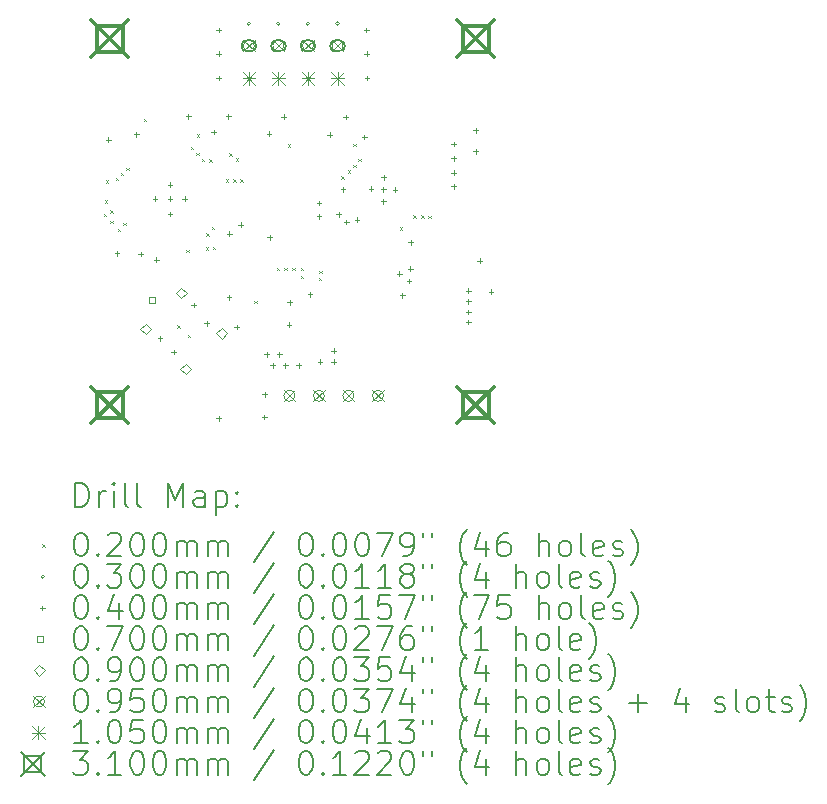
<source format=gbr>
%TF.GenerationSoftware,KiCad,Pcbnew,7.0.8*%
%TF.CreationDate,2023-11-08T16:13:45-05:00*%
%TF.ProjectId,lemon-pepper,6c656d6f-6e2d-4706-9570-7065722e6b69,rev?*%
%TF.SameCoordinates,PX8b85c60PY52f2218*%
%TF.FileFunction,Drillmap*%
%TF.FilePolarity,Positive*%
%FSLAX45Y45*%
G04 Gerber Fmt 4.5, Leading zero omitted, Abs format (unit mm)*
G04 Created by KiCad (PCBNEW 7.0.8) date 2023-11-08 16:13:45*
%MOMM*%
%LPD*%
G01*
G04 APERTURE LIST*
%ADD10C,0.200000*%
%ADD11C,0.020000*%
%ADD12C,0.030000*%
%ADD13C,0.040000*%
%ADD14C,0.070000*%
%ADD15C,0.090002*%
%ADD16C,0.095000*%
%ADD17C,0.105000*%
%ADD18C,0.310000*%
G04 APERTURE END LIST*
D10*
D11*
X-1600000Y70000D02*
X-1580000Y50000D01*
X-1580000Y70000D02*
X-1600000Y50000D01*
X-1592500Y182500D02*
X-1572500Y162500D01*
X-1572500Y182500D02*
X-1592500Y162500D01*
X-1581250Y351250D02*
X-1561250Y331250D01*
X-1561250Y351250D02*
X-1581250Y331250D01*
X-1545000Y97500D02*
X-1525000Y77500D01*
X-1525000Y97500D02*
X-1545000Y77500D01*
X-1542500Y7500D02*
X-1522500Y-12500D01*
X-1522500Y7500D02*
X-1542500Y-12500D01*
X-1497500Y375000D02*
X-1477500Y355000D01*
X-1477500Y375000D02*
X-1497500Y355000D01*
X-1477500Y-57500D02*
X-1457500Y-77500D01*
X-1457500Y-57500D02*
X-1477500Y-77500D01*
X-1452500Y417500D02*
X-1432500Y397500D01*
X-1432500Y417500D02*
X-1452500Y397500D01*
X-1432623Y-7377D02*
X-1412623Y-27377D01*
X-1412623Y-7377D02*
X-1432623Y-27377D01*
X-1407500Y460000D02*
X-1387500Y440000D01*
X-1387500Y460000D02*
X-1407500Y440000D01*
X-1262500Y875000D02*
X-1242500Y855000D01*
X-1242500Y875000D02*
X-1262500Y855000D01*
X-975000Y-875000D02*
X-955000Y-895000D01*
X-955000Y-875000D02*
X-975000Y-895000D01*
X-900000Y-237500D02*
X-880000Y-257500D01*
X-880000Y-237500D02*
X-900000Y-257500D01*
X-890000Y-955000D02*
X-870000Y-975000D01*
X-870000Y-955000D02*
X-890000Y-975000D01*
X-862500Y637500D02*
X-842500Y617500D01*
X-842500Y637500D02*
X-862500Y617500D01*
X-815000Y585000D02*
X-795000Y565000D01*
X-795000Y585000D02*
X-815000Y565000D01*
X-810000Y742500D02*
X-790000Y722500D01*
X-790000Y742500D02*
X-810000Y722500D01*
X-770000Y532500D02*
X-750000Y512500D01*
X-750000Y532500D02*
X-770000Y512500D01*
X-732391Y-215109D02*
X-712391Y-235109D01*
X-712391Y-215109D02*
X-732391Y-235109D01*
X-730000Y-97500D02*
X-710000Y-117500D01*
X-710000Y-97500D02*
X-730000Y-117500D01*
X-705000Y530000D02*
X-685000Y510000D01*
X-685000Y530000D02*
X-705000Y510000D01*
X-685000Y-42500D02*
X-665000Y-62500D01*
X-665000Y-42500D02*
X-685000Y-62500D01*
X-675000Y-212500D02*
X-655000Y-232500D01*
X-655000Y-212500D02*
X-675000Y-232500D01*
X-565000Y360000D02*
X-545000Y340000D01*
X-545000Y360000D02*
X-565000Y340000D01*
X-535000Y580000D02*
X-515000Y560000D01*
X-515000Y580000D02*
X-535000Y560000D01*
X-502500Y360000D02*
X-482500Y340000D01*
X-482500Y360000D02*
X-502500Y340000D01*
X-480000Y537500D02*
X-460000Y517500D01*
X-460000Y537500D02*
X-480000Y517500D01*
X-444216Y360000D02*
X-424216Y340000D01*
X-424216Y360000D02*
X-444216Y340000D01*
X-325000Y-667500D02*
X-305000Y-687500D01*
X-305000Y-667500D02*
X-325000Y-687500D01*
X-132500Y-387500D02*
X-112500Y-407500D01*
X-112500Y-387500D02*
X-132500Y-407500D01*
X-70000Y-390000D02*
X-50000Y-410000D01*
X-50000Y-390000D02*
X-70000Y-410000D01*
X-42500Y657500D02*
X-22500Y637500D01*
X-22500Y657500D02*
X-42500Y637500D01*
X-3787Y-390000D02*
X16213Y-410000D01*
X16213Y-390000D02*
X-3787Y-410000D01*
X67500Y-390000D02*
X87500Y-410000D01*
X87500Y-390000D02*
X67500Y-410000D01*
X67500Y-455000D02*
X87500Y-475000D01*
X87500Y-455000D02*
X67500Y-475000D01*
X222500Y-475000D02*
X242500Y-495000D01*
X242500Y-475000D02*
X222500Y-495000D01*
X225000Y-415000D02*
X245000Y-435000D01*
X245000Y-415000D02*
X225000Y-435000D01*
X412500Y385000D02*
X432500Y365000D01*
X432500Y385000D02*
X412500Y365000D01*
X467475Y437546D02*
X487475Y417546D01*
X487475Y437546D02*
X467475Y417546D01*
X512450Y660000D02*
X532450Y640000D01*
X532450Y660000D02*
X512450Y640000D01*
X512500Y485000D02*
X532500Y465000D01*
X532500Y485000D02*
X512500Y465000D01*
X557487Y531324D02*
X577487Y511324D01*
X577487Y531324D02*
X557487Y511324D01*
X905000Y-47500D02*
X925000Y-67500D01*
X925000Y-47500D02*
X905000Y-67500D01*
X1022500Y55000D02*
X1042500Y35000D01*
X1042500Y55000D02*
X1022500Y35000D01*
X1090000Y55000D02*
X1110000Y35000D01*
X1110000Y55000D02*
X1090000Y35000D01*
X1150000Y52500D02*
X1170000Y32500D01*
X1170000Y52500D02*
X1150000Y32500D01*
D12*
X-355000Y1677500D02*
G75*
G03*
X-355000Y1677500I-15000J0D01*
G01*
X-105000Y1677500D02*
G75*
G03*
X-105000Y1677500I-15000J0D01*
G01*
X145000Y1677500D02*
G75*
G03*
X145000Y1677500I-15000J0D01*
G01*
X395000Y1677500D02*
G75*
G03*
X395000Y1677500I-15000J0D01*
G01*
D13*
X-1560000Y715000D02*
X-1560000Y675000D01*
X-1580000Y695000D02*
X-1540000Y695000D01*
X-1487500Y-247500D02*
X-1487500Y-287500D01*
X-1507500Y-267500D02*
X-1467500Y-267500D01*
X-1322500Y760000D02*
X-1322500Y720000D01*
X-1342500Y740000D02*
X-1302500Y740000D01*
X-1287497Y-253144D02*
X-1287497Y-293144D01*
X-1307497Y-273144D02*
X-1267497Y-273144D01*
X-1165000Y217500D02*
X-1165000Y177500D01*
X-1185000Y197500D02*
X-1145000Y197500D01*
X-1153393Y-300857D02*
X-1153393Y-340857D01*
X-1173393Y-320857D02*
X-1133393Y-320857D01*
X-1122566Y-966775D02*
X-1122566Y-1006775D01*
X-1142566Y-986775D02*
X-1102566Y-986775D01*
X-1037500Y335000D02*
X-1037500Y295000D01*
X-1057500Y315000D02*
X-1017500Y315000D01*
X-1037500Y215000D02*
X-1037500Y175000D01*
X-1057500Y195000D02*
X-1017500Y195000D01*
X-1037500Y87500D02*
X-1037500Y47500D01*
X-1057500Y67500D02*
X-1017500Y67500D01*
X-1007842Y-1082045D02*
X-1007842Y-1122045D01*
X-1027842Y-1102045D02*
X-987842Y-1102045D01*
X-912500Y217500D02*
X-912500Y177500D01*
X-932500Y197500D02*
X-892500Y197500D01*
X-882500Y915000D02*
X-882500Y875000D01*
X-902500Y895000D02*
X-862500Y895000D01*
X-837500Y-685000D02*
X-837500Y-725000D01*
X-857500Y-705000D02*
X-817500Y-705000D01*
X-727742Y-839078D02*
X-727742Y-879078D01*
X-747742Y-859078D02*
X-707742Y-859078D01*
X-669950Y780000D02*
X-669950Y740000D01*
X-689950Y760000D02*
X-649950Y760000D01*
X-627500Y1645000D02*
X-627500Y1605000D01*
X-647500Y1625000D02*
X-607500Y1625000D01*
X-625000Y1442500D02*
X-625000Y1402500D01*
X-645000Y1422500D02*
X-605000Y1422500D01*
X-625000Y1237500D02*
X-625000Y1197500D01*
X-645000Y1217500D02*
X-605000Y1217500D01*
X-625000Y-1642500D02*
X-625000Y-1682500D01*
X-645000Y-1662500D02*
X-605000Y-1662500D01*
X-545000Y914322D02*
X-545000Y874322D01*
X-565000Y894322D02*
X-525000Y894322D01*
X-539540Y-617550D02*
X-539540Y-657550D01*
X-559540Y-637550D02*
X-519540Y-637550D01*
X-537550Y-80000D02*
X-537550Y-120000D01*
X-557550Y-100000D02*
X-517550Y-100000D01*
X-472500Y-870000D02*
X-472500Y-910000D01*
X-492500Y-890000D02*
X-452500Y-890000D01*
X-438956Y-2653D02*
X-438956Y-42653D01*
X-458956Y-22652D02*
X-418956Y-22652D01*
X-240000Y-1632500D02*
X-240000Y-1672500D01*
X-260000Y-1652500D02*
X-220000Y-1652500D01*
X-237500Y-1440000D02*
X-237500Y-1480000D01*
X-257500Y-1460000D02*
X-217500Y-1460000D01*
X-220000Y-1100000D02*
X-220000Y-1140000D01*
X-240000Y-1120000D02*
X-200000Y-1120000D01*
X-199950Y767500D02*
X-199950Y727500D01*
X-219950Y747500D02*
X-179950Y747500D01*
X-195000Y-110000D02*
X-195000Y-150000D01*
X-215000Y-130000D02*
X-175000Y-130000D01*
X-170000Y-1195000D02*
X-170000Y-1235000D01*
X-190000Y-1215000D02*
X-150000Y-1215000D01*
X-112500Y-1100000D02*
X-112500Y-1140000D01*
X-132500Y-1120000D02*
X-92500Y-1120000D01*
X-75000Y909130D02*
X-75000Y869130D01*
X-95000Y889130D02*
X-55000Y889130D01*
X-62500Y-1195000D02*
X-62500Y-1235000D01*
X-82500Y-1215000D02*
X-42500Y-1215000D01*
X-30000Y-850000D02*
X-30000Y-890000D01*
X-50000Y-870000D02*
X-10000Y-870000D01*
X-25000Y-660000D02*
X-25000Y-700000D01*
X-45000Y-680000D02*
X-5000Y-680000D01*
X50000Y-1195000D02*
X50000Y-1235000D01*
X30000Y-1215000D02*
X70000Y-1215000D01*
X147500Y-592500D02*
X147500Y-632500D01*
X127500Y-612500D02*
X167500Y-612500D01*
X222371Y67584D02*
X222371Y27584D01*
X202371Y47584D02*
X242371Y47584D01*
X222500Y180000D02*
X222500Y140000D01*
X202500Y160000D02*
X242500Y160000D01*
X232500Y-1165000D02*
X232500Y-1205000D01*
X212500Y-1185000D02*
X252500Y-1185000D01*
X315000Y758799D02*
X315000Y718799D01*
X295000Y738799D02*
X335000Y738799D01*
X347500Y-1070000D02*
X347500Y-1110000D01*
X327500Y-1090000D02*
X367500Y-1090000D01*
X347500Y-1162500D02*
X347500Y-1202500D01*
X327500Y-1182500D02*
X367500Y-1182500D01*
X390000Y85000D02*
X390000Y45000D01*
X370000Y65000D02*
X410000Y65000D01*
X427500Y295000D02*
X427500Y255000D01*
X407500Y275000D02*
X447500Y275000D01*
X450000Y907500D02*
X450000Y867500D01*
X430000Y887500D02*
X470000Y887500D01*
X455000Y20000D02*
X455000Y-20000D01*
X435000Y0D02*
X475000Y0D01*
X545000Y37500D02*
X545000Y-2500D01*
X525000Y17500D02*
X565000Y17500D01*
X607500Y737500D02*
X607500Y697500D01*
X587500Y717500D02*
X627500Y717500D01*
X625000Y1645000D02*
X625000Y1605000D01*
X605000Y1625000D02*
X645000Y1625000D01*
X627500Y1445000D02*
X627500Y1405000D01*
X607500Y1425000D02*
X647500Y1425000D01*
X630566Y1237500D02*
X630566Y1197500D01*
X610566Y1217500D02*
X650566Y1217500D01*
X662500Y300000D02*
X662500Y260000D01*
X642500Y280000D02*
X682500Y280000D01*
X767500Y295000D02*
X767500Y255000D01*
X747500Y275000D02*
X787500Y275000D01*
X767500Y192500D02*
X767500Y152500D01*
X747500Y172500D02*
X787500Y172500D01*
X770000Y397500D02*
X770000Y357500D01*
X750000Y377500D02*
X790000Y377500D01*
X867500Y292500D02*
X867500Y252500D01*
X847500Y272500D02*
X887500Y272500D01*
X902500Y-417500D02*
X902500Y-457500D01*
X882500Y-437500D02*
X922500Y-437500D01*
X930000Y-602500D02*
X930000Y-642500D01*
X910000Y-622500D02*
X950000Y-622500D01*
X985000Y-480000D02*
X985000Y-520000D01*
X965000Y-500000D02*
X1005000Y-500000D01*
X995000Y-377500D02*
X995000Y-417500D01*
X975000Y-397500D02*
X1015000Y-397500D01*
X1000000Y-152500D02*
X1000000Y-192500D01*
X980000Y-172500D02*
X1020000Y-172500D01*
X1362500Y680000D02*
X1362500Y640000D01*
X1342500Y660000D02*
X1382500Y660000D01*
X1365000Y557500D02*
X1365000Y517500D01*
X1345000Y537500D02*
X1385000Y537500D01*
X1365000Y437500D02*
X1365000Y397500D01*
X1345000Y417500D02*
X1385000Y417500D01*
X1365000Y322500D02*
X1365000Y282500D01*
X1345000Y302500D02*
X1385000Y302500D01*
X1487500Y-562500D02*
X1487500Y-602500D01*
X1467500Y-582500D02*
X1507500Y-582500D01*
X1487500Y-652500D02*
X1487500Y-692500D01*
X1467500Y-672500D02*
X1507500Y-672500D01*
X1487500Y-742500D02*
X1487500Y-782500D01*
X1467500Y-762500D02*
X1507500Y-762500D01*
X1487500Y-827500D02*
X1487500Y-867500D01*
X1467500Y-847500D02*
X1507500Y-847500D01*
X1550000Y617500D02*
X1550000Y577500D01*
X1530000Y597500D02*
X1570000Y597500D01*
X1550415Y795050D02*
X1550415Y755050D01*
X1530415Y775050D02*
X1570415Y775050D01*
X1582500Y-307500D02*
X1582500Y-347500D01*
X1562500Y-327500D02*
X1602500Y-327500D01*
X1680000Y-570000D02*
X1680000Y-610000D01*
X1660000Y-590000D02*
X1700000Y-590000D01*
D14*
X-1164388Y-684647D02*
X-1164388Y-635149D01*
X-1213886Y-635149D01*
X-1213886Y-684647D01*
X-1164388Y-684647D01*
D15*
X-1245705Y-952386D02*
X-1200704Y-907385D01*
X-1245705Y-862384D01*
X-1290706Y-907385D01*
X-1245705Y-952386D01*
X-941649Y-648331D02*
X-896648Y-603329D01*
X-941649Y-558328D01*
X-986650Y-603329D01*
X-941649Y-648331D01*
X-906294Y-1291798D02*
X-861293Y-1246797D01*
X-906294Y-1201795D01*
X-951295Y-1246797D01*
X-906294Y-1291798D01*
X-602238Y-987742D02*
X-557237Y-942741D01*
X-602238Y-897739D01*
X-647239Y-942741D01*
X-602238Y-987742D01*
D16*
X-417500Y1537500D02*
X-322500Y1442500D01*
X-322500Y1537500D02*
X-417500Y1442500D01*
X-322500Y1490000D02*
G75*
G03*
X-322500Y1490000I-47500J0D01*
G01*
D10*
X-385000Y1442500D02*
X-355000Y1442500D01*
X-355000Y1442500D02*
G75*
G03*
X-355000Y1537500I0J47500D01*
G01*
X-355000Y1537500D02*
X-385000Y1537500D01*
X-385000Y1537500D02*
G75*
G03*
X-385000Y1442500I0J-47500D01*
G01*
D16*
X-167500Y1537500D02*
X-72500Y1442500D01*
X-72500Y1537500D02*
X-167500Y1442500D01*
X-72500Y1490000D02*
G75*
G03*
X-72500Y1490000I-47500J0D01*
G01*
D10*
X-135000Y1442500D02*
X-105000Y1442500D01*
X-105000Y1442500D02*
G75*
G03*
X-105000Y1537500I0J47500D01*
G01*
X-105000Y1537500D02*
X-135000Y1537500D01*
X-135000Y1537500D02*
G75*
G03*
X-135000Y1442500I0J-47500D01*
G01*
D16*
X-75000Y-1425000D02*
X20000Y-1520000D01*
X20000Y-1425000D02*
X-75000Y-1520000D01*
X20000Y-1472500D02*
G75*
G03*
X20000Y-1472500I-47500J0D01*
G01*
X82500Y1537500D02*
X177500Y1442500D01*
X177500Y1537500D02*
X82500Y1442500D01*
X177500Y1490000D02*
G75*
G03*
X177500Y1490000I-47500J0D01*
G01*
D10*
X115000Y1442500D02*
X145000Y1442500D01*
X145000Y1442500D02*
G75*
G03*
X145000Y1537500I0J47500D01*
G01*
X145000Y1537500D02*
X115000Y1537500D01*
X115000Y1537500D02*
G75*
G03*
X115000Y1442500I0J-47500D01*
G01*
D16*
X175000Y-1425000D02*
X270000Y-1520000D01*
X270000Y-1425000D02*
X175000Y-1520000D01*
X270000Y-1472500D02*
G75*
G03*
X270000Y-1472500I-47500J0D01*
G01*
X332500Y1537500D02*
X427500Y1442500D01*
X427500Y1537500D02*
X332500Y1442500D01*
X427500Y1490000D02*
G75*
G03*
X427500Y1490000I-47500J0D01*
G01*
D10*
X365000Y1442500D02*
X395000Y1442500D01*
X395000Y1442500D02*
G75*
G03*
X395000Y1537500I0J47500D01*
G01*
X395000Y1537500D02*
X365000Y1537500D01*
X365000Y1537500D02*
G75*
G03*
X365000Y1442500I0J-47500D01*
G01*
D16*
X425000Y-1425000D02*
X520000Y-1520000D01*
X520000Y-1425000D02*
X425000Y-1520000D01*
X520000Y-1472500D02*
G75*
G03*
X520000Y-1472500I-47500J0D01*
G01*
X675000Y-1425000D02*
X770000Y-1520000D01*
X770000Y-1425000D02*
X675000Y-1520000D01*
X770000Y-1472500D02*
G75*
G03*
X770000Y-1472500I-47500J0D01*
G01*
D17*
X-422500Y1267500D02*
X-317500Y1162500D01*
X-317500Y1267500D02*
X-422500Y1162500D01*
X-370000Y1267500D02*
X-370000Y1162500D01*
X-422500Y1215000D02*
X-317500Y1215000D01*
X-172500Y1267500D02*
X-67500Y1162500D01*
X-67500Y1267500D02*
X-172500Y1162500D01*
X-120000Y1267500D02*
X-120000Y1162500D01*
X-172500Y1215000D02*
X-67500Y1215000D01*
X77500Y1267500D02*
X182500Y1162500D01*
X182500Y1267500D02*
X77500Y1162500D01*
X130000Y1267500D02*
X130000Y1162500D01*
X77500Y1215000D02*
X182500Y1215000D01*
X327500Y1267500D02*
X432500Y1162500D01*
X432500Y1267500D02*
X327500Y1162500D01*
X380000Y1267500D02*
X380000Y1162500D01*
X327500Y1215000D02*
X432500Y1215000D01*
D18*
X-1705000Y1705000D02*
X-1395000Y1395000D01*
X-1395000Y1705000D02*
X-1705000Y1395000D01*
X-1440397Y1440397D02*
X-1440397Y1659603D01*
X-1659603Y1659603D01*
X-1659603Y1440397D01*
X-1440397Y1440397D01*
X-1705000Y-1395000D02*
X-1395000Y-1705000D01*
X-1395000Y-1395000D02*
X-1705000Y-1705000D01*
X-1440397Y-1659603D02*
X-1440397Y-1440397D01*
X-1659603Y-1440397D01*
X-1659603Y-1659603D01*
X-1440397Y-1659603D01*
X1395000Y1705000D02*
X1705000Y1395000D01*
X1705000Y1705000D02*
X1395000Y1395000D01*
X1659603Y1440397D02*
X1659603Y1659603D01*
X1440397Y1659603D01*
X1440397Y1440397D01*
X1659603Y1440397D01*
X1395000Y-1395000D02*
X1705000Y-1705000D01*
X1705000Y-1395000D02*
X1395000Y-1705000D01*
X1659603Y-1659603D02*
X1659603Y-1440397D01*
X1440397Y-1440397D01*
X1440397Y-1659603D01*
X1659603Y-1659603D01*
D10*
X-1840023Y-2412284D02*
X-1840023Y-2212284D01*
X-1840023Y-2212284D02*
X-1792404Y-2212284D01*
X-1792404Y-2212284D02*
X-1763833Y-2221808D01*
X-1763833Y-2221808D02*
X-1744785Y-2240855D01*
X-1744785Y-2240855D02*
X-1735261Y-2259903D01*
X-1735261Y-2259903D02*
X-1725737Y-2297998D01*
X-1725737Y-2297998D02*
X-1725737Y-2326570D01*
X-1725737Y-2326570D02*
X-1735261Y-2364665D01*
X-1735261Y-2364665D02*
X-1744785Y-2383712D01*
X-1744785Y-2383712D02*
X-1763833Y-2402760D01*
X-1763833Y-2402760D02*
X-1792404Y-2412284D01*
X-1792404Y-2412284D02*
X-1840023Y-2412284D01*
X-1640023Y-2412284D02*
X-1640023Y-2278950D01*
X-1640023Y-2317046D02*
X-1630499Y-2297998D01*
X-1630499Y-2297998D02*
X-1620976Y-2288474D01*
X-1620976Y-2288474D02*
X-1601928Y-2278950D01*
X-1601928Y-2278950D02*
X-1582880Y-2278950D01*
X-1516214Y-2412284D02*
X-1516214Y-2278950D01*
X-1516214Y-2212284D02*
X-1525737Y-2221808D01*
X-1525737Y-2221808D02*
X-1516214Y-2231331D01*
X-1516214Y-2231331D02*
X-1506690Y-2221808D01*
X-1506690Y-2221808D02*
X-1516214Y-2212284D01*
X-1516214Y-2212284D02*
X-1516214Y-2231331D01*
X-1392404Y-2412284D02*
X-1411452Y-2402760D01*
X-1411452Y-2402760D02*
X-1420976Y-2383712D01*
X-1420976Y-2383712D02*
X-1420976Y-2212284D01*
X-1287642Y-2412284D02*
X-1306690Y-2402760D01*
X-1306690Y-2402760D02*
X-1316214Y-2383712D01*
X-1316214Y-2383712D02*
X-1316214Y-2212284D01*
X-1059071Y-2412284D02*
X-1059071Y-2212284D01*
X-1059071Y-2212284D02*
X-992404Y-2355141D01*
X-992404Y-2355141D02*
X-925737Y-2212284D01*
X-925737Y-2212284D02*
X-925737Y-2412284D01*
X-744785Y-2412284D02*
X-744785Y-2307522D01*
X-744785Y-2307522D02*
X-754309Y-2288474D01*
X-754309Y-2288474D02*
X-773356Y-2278950D01*
X-773356Y-2278950D02*
X-811452Y-2278950D01*
X-811452Y-2278950D02*
X-830499Y-2288474D01*
X-744785Y-2402760D02*
X-763833Y-2412284D01*
X-763833Y-2412284D02*
X-811452Y-2412284D01*
X-811452Y-2412284D02*
X-830499Y-2402760D01*
X-830499Y-2402760D02*
X-840023Y-2383712D01*
X-840023Y-2383712D02*
X-840023Y-2364665D01*
X-840023Y-2364665D02*
X-830499Y-2345617D01*
X-830499Y-2345617D02*
X-811452Y-2336093D01*
X-811452Y-2336093D02*
X-763833Y-2336093D01*
X-763833Y-2336093D02*
X-744785Y-2326570D01*
X-649547Y-2278950D02*
X-649547Y-2478950D01*
X-649547Y-2288474D02*
X-630499Y-2278950D01*
X-630499Y-2278950D02*
X-592404Y-2278950D01*
X-592404Y-2278950D02*
X-573357Y-2288474D01*
X-573357Y-2288474D02*
X-563833Y-2297998D01*
X-563833Y-2297998D02*
X-554309Y-2317046D01*
X-554309Y-2317046D02*
X-554309Y-2374189D01*
X-554309Y-2374189D02*
X-563833Y-2393236D01*
X-563833Y-2393236D02*
X-573357Y-2402760D01*
X-573357Y-2402760D02*
X-592404Y-2412284D01*
X-592404Y-2412284D02*
X-630499Y-2412284D01*
X-630499Y-2412284D02*
X-649547Y-2402760D01*
X-468595Y-2393236D02*
X-459071Y-2402760D01*
X-459071Y-2402760D02*
X-468595Y-2412284D01*
X-468595Y-2412284D02*
X-478118Y-2402760D01*
X-478118Y-2402760D02*
X-468595Y-2393236D01*
X-468595Y-2393236D02*
X-468595Y-2412284D01*
X-468595Y-2288474D02*
X-459071Y-2297998D01*
X-459071Y-2297998D02*
X-468595Y-2307522D01*
X-468595Y-2307522D02*
X-478118Y-2297998D01*
X-478118Y-2297998D02*
X-468595Y-2288474D01*
X-468595Y-2288474D02*
X-468595Y-2307522D01*
D11*
X-2120800Y-2730800D02*
X-2100800Y-2750800D01*
X-2100800Y-2730800D02*
X-2120800Y-2750800D01*
D10*
X-1801928Y-2632284D02*
X-1782880Y-2632284D01*
X-1782880Y-2632284D02*
X-1763833Y-2641808D01*
X-1763833Y-2641808D02*
X-1754309Y-2651331D01*
X-1754309Y-2651331D02*
X-1744785Y-2670379D01*
X-1744785Y-2670379D02*
X-1735261Y-2708474D01*
X-1735261Y-2708474D02*
X-1735261Y-2756093D01*
X-1735261Y-2756093D02*
X-1744785Y-2794189D01*
X-1744785Y-2794189D02*
X-1754309Y-2813236D01*
X-1754309Y-2813236D02*
X-1763833Y-2822760D01*
X-1763833Y-2822760D02*
X-1782880Y-2832284D01*
X-1782880Y-2832284D02*
X-1801928Y-2832284D01*
X-1801928Y-2832284D02*
X-1820976Y-2822760D01*
X-1820976Y-2822760D02*
X-1830499Y-2813236D01*
X-1830499Y-2813236D02*
X-1840023Y-2794189D01*
X-1840023Y-2794189D02*
X-1849547Y-2756093D01*
X-1849547Y-2756093D02*
X-1849547Y-2708474D01*
X-1849547Y-2708474D02*
X-1840023Y-2670379D01*
X-1840023Y-2670379D02*
X-1830499Y-2651331D01*
X-1830499Y-2651331D02*
X-1820976Y-2641808D01*
X-1820976Y-2641808D02*
X-1801928Y-2632284D01*
X-1649547Y-2813236D02*
X-1640023Y-2822760D01*
X-1640023Y-2822760D02*
X-1649547Y-2832284D01*
X-1649547Y-2832284D02*
X-1659071Y-2822760D01*
X-1659071Y-2822760D02*
X-1649547Y-2813236D01*
X-1649547Y-2813236D02*
X-1649547Y-2832284D01*
X-1563833Y-2651331D02*
X-1554309Y-2641808D01*
X-1554309Y-2641808D02*
X-1535261Y-2632284D01*
X-1535261Y-2632284D02*
X-1487642Y-2632284D01*
X-1487642Y-2632284D02*
X-1468595Y-2641808D01*
X-1468595Y-2641808D02*
X-1459071Y-2651331D01*
X-1459071Y-2651331D02*
X-1449547Y-2670379D01*
X-1449547Y-2670379D02*
X-1449547Y-2689427D01*
X-1449547Y-2689427D02*
X-1459071Y-2717998D01*
X-1459071Y-2717998D02*
X-1573356Y-2832284D01*
X-1573356Y-2832284D02*
X-1449547Y-2832284D01*
X-1325738Y-2632284D02*
X-1306690Y-2632284D01*
X-1306690Y-2632284D02*
X-1287642Y-2641808D01*
X-1287642Y-2641808D02*
X-1278118Y-2651331D01*
X-1278118Y-2651331D02*
X-1268595Y-2670379D01*
X-1268595Y-2670379D02*
X-1259071Y-2708474D01*
X-1259071Y-2708474D02*
X-1259071Y-2756093D01*
X-1259071Y-2756093D02*
X-1268595Y-2794189D01*
X-1268595Y-2794189D02*
X-1278118Y-2813236D01*
X-1278118Y-2813236D02*
X-1287642Y-2822760D01*
X-1287642Y-2822760D02*
X-1306690Y-2832284D01*
X-1306690Y-2832284D02*
X-1325738Y-2832284D01*
X-1325738Y-2832284D02*
X-1344785Y-2822760D01*
X-1344785Y-2822760D02*
X-1354309Y-2813236D01*
X-1354309Y-2813236D02*
X-1363833Y-2794189D01*
X-1363833Y-2794189D02*
X-1373357Y-2756093D01*
X-1373357Y-2756093D02*
X-1373357Y-2708474D01*
X-1373357Y-2708474D02*
X-1363833Y-2670379D01*
X-1363833Y-2670379D02*
X-1354309Y-2651331D01*
X-1354309Y-2651331D02*
X-1344785Y-2641808D01*
X-1344785Y-2641808D02*
X-1325738Y-2632284D01*
X-1135261Y-2632284D02*
X-1116214Y-2632284D01*
X-1116214Y-2632284D02*
X-1097166Y-2641808D01*
X-1097166Y-2641808D02*
X-1087642Y-2651331D01*
X-1087642Y-2651331D02*
X-1078118Y-2670379D01*
X-1078118Y-2670379D02*
X-1068595Y-2708474D01*
X-1068595Y-2708474D02*
X-1068595Y-2756093D01*
X-1068595Y-2756093D02*
X-1078118Y-2794189D01*
X-1078118Y-2794189D02*
X-1087642Y-2813236D01*
X-1087642Y-2813236D02*
X-1097166Y-2822760D01*
X-1097166Y-2822760D02*
X-1116214Y-2832284D01*
X-1116214Y-2832284D02*
X-1135261Y-2832284D01*
X-1135261Y-2832284D02*
X-1154309Y-2822760D01*
X-1154309Y-2822760D02*
X-1163833Y-2813236D01*
X-1163833Y-2813236D02*
X-1173357Y-2794189D01*
X-1173357Y-2794189D02*
X-1182880Y-2756093D01*
X-1182880Y-2756093D02*
X-1182880Y-2708474D01*
X-1182880Y-2708474D02*
X-1173357Y-2670379D01*
X-1173357Y-2670379D02*
X-1163833Y-2651331D01*
X-1163833Y-2651331D02*
X-1154309Y-2641808D01*
X-1154309Y-2641808D02*
X-1135261Y-2632284D01*
X-982880Y-2832284D02*
X-982880Y-2698950D01*
X-982880Y-2717998D02*
X-973356Y-2708474D01*
X-973356Y-2708474D02*
X-954309Y-2698950D01*
X-954309Y-2698950D02*
X-925737Y-2698950D01*
X-925737Y-2698950D02*
X-906690Y-2708474D01*
X-906690Y-2708474D02*
X-897166Y-2727522D01*
X-897166Y-2727522D02*
X-897166Y-2832284D01*
X-897166Y-2727522D02*
X-887642Y-2708474D01*
X-887642Y-2708474D02*
X-868595Y-2698950D01*
X-868595Y-2698950D02*
X-840023Y-2698950D01*
X-840023Y-2698950D02*
X-820975Y-2708474D01*
X-820975Y-2708474D02*
X-811452Y-2727522D01*
X-811452Y-2727522D02*
X-811452Y-2832284D01*
X-716214Y-2832284D02*
X-716214Y-2698950D01*
X-716214Y-2717998D02*
X-706690Y-2708474D01*
X-706690Y-2708474D02*
X-687642Y-2698950D01*
X-687642Y-2698950D02*
X-659071Y-2698950D01*
X-659071Y-2698950D02*
X-640023Y-2708474D01*
X-640023Y-2708474D02*
X-630499Y-2727522D01*
X-630499Y-2727522D02*
X-630499Y-2832284D01*
X-630499Y-2727522D02*
X-620976Y-2708474D01*
X-620976Y-2708474D02*
X-601928Y-2698950D01*
X-601928Y-2698950D02*
X-573357Y-2698950D01*
X-573357Y-2698950D02*
X-554309Y-2708474D01*
X-554309Y-2708474D02*
X-544785Y-2727522D01*
X-544785Y-2727522D02*
X-544785Y-2832284D01*
X-154309Y-2622760D02*
X-325737Y-2879903D01*
X102834Y-2632284D02*
X121882Y-2632284D01*
X121882Y-2632284D02*
X140929Y-2641808D01*
X140929Y-2641808D02*
X150453Y-2651331D01*
X150453Y-2651331D02*
X159977Y-2670379D01*
X159977Y-2670379D02*
X169501Y-2708474D01*
X169501Y-2708474D02*
X169501Y-2756093D01*
X169501Y-2756093D02*
X159977Y-2794189D01*
X159977Y-2794189D02*
X150453Y-2813236D01*
X150453Y-2813236D02*
X140929Y-2822760D01*
X140929Y-2822760D02*
X121882Y-2832284D01*
X121882Y-2832284D02*
X102834Y-2832284D01*
X102834Y-2832284D02*
X83787Y-2822760D01*
X83787Y-2822760D02*
X74263Y-2813236D01*
X74263Y-2813236D02*
X64739Y-2794189D01*
X64739Y-2794189D02*
X55215Y-2756093D01*
X55215Y-2756093D02*
X55215Y-2708474D01*
X55215Y-2708474D02*
X64739Y-2670379D01*
X64739Y-2670379D02*
X74263Y-2651331D01*
X74263Y-2651331D02*
X83787Y-2641808D01*
X83787Y-2641808D02*
X102834Y-2632284D01*
X255215Y-2813236D02*
X264739Y-2822760D01*
X264739Y-2822760D02*
X255215Y-2832284D01*
X255215Y-2832284D02*
X245691Y-2822760D01*
X245691Y-2822760D02*
X255215Y-2813236D01*
X255215Y-2813236D02*
X255215Y-2832284D01*
X388548Y-2632284D02*
X407596Y-2632284D01*
X407596Y-2632284D02*
X426644Y-2641808D01*
X426644Y-2641808D02*
X436167Y-2651331D01*
X436167Y-2651331D02*
X445691Y-2670379D01*
X445691Y-2670379D02*
X455215Y-2708474D01*
X455215Y-2708474D02*
X455215Y-2756093D01*
X455215Y-2756093D02*
X445691Y-2794189D01*
X445691Y-2794189D02*
X436167Y-2813236D01*
X436167Y-2813236D02*
X426644Y-2822760D01*
X426644Y-2822760D02*
X407596Y-2832284D01*
X407596Y-2832284D02*
X388548Y-2832284D01*
X388548Y-2832284D02*
X369501Y-2822760D01*
X369501Y-2822760D02*
X359977Y-2813236D01*
X359977Y-2813236D02*
X350453Y-2794189D01*
X350453Y-2794189D02*
X340929Y-2756093D01*
X340929Y-2756093D02*
X340929Y-2708474D01*
X340929Y-2708474D02*
X350453Y-2670379D01*
X350453Y-2670379D02*
X359977Y-2651331D01*
X359977Y-2651331D02*
X369501Y-2641808D01*
X369501Y-2641808D02*
X388548Y-2632284D01*
X579025Y-2632284D02*
X598072Y-2632284D01*
X598072Y-2632284D02*
X617120Y-2641808D01*
X617120Y-2641808D02*
X626644Y-2651331D01*
X626644Y-2651331D02*
X636168Y-2670379D01*
X636168Y-2670379D02*
X645691Y-2708474D01*
X645691Y-2708474D02*
X645691Y-2756093D01*
X645691Y-2756093D02*
X636168Y-2794189D01*
X636168Y-2794189D02*
X626644Y-2813236D01*
X626644Y-2813236D02*
X617120Y-2822760D01*
X617120Y-2822760D02*
X598072Y-2832284D01*
X598072Y-2832284D02*
X579025Y-2832284D01*
X579025Y-2832284D02*
X559977Y-2822760D01*
X559977Y-2822760D02*
X550453Y-2813236D01*
X550453Y-2813236D02*
X540929Y-2794189D01*
X540929Y-2794189D02*
X531406Y-2756093D01*
X531406Y-2756093D02*
X531406Y-2708474D01*
X531406Y-2708474D02*
X540929Y-2670379D01*
X540929Y-2670379D02*
X550453Y-2651331D01*
X550453Y-2651331D02*
X559977Y-2641808D01*
X559977Y-2641808D02*
X579025Y-2632284D01*
X712358Y-2632284D02*
X845691Y-2632284D01*
X845691Y-2632284D02*
X759977Y-2832284D01*
X931406Y-2832284D02*
X969501Y-2832284D01*
X969501Y-2832284D02*
X988548Y-2822760D01*
X988548Y-2822760D02*
X998072Y-2813236D01*
X998072Y-2813236D02*
X1017120Y-2784665D01*
X1017120Y-2784665D02*
X1026644Y-2746570D01*
X1026644Y-2746570D02*
X1026644Y-2670379D01*
X1026644Y-2670379D02*
X1017120Y-2651331D01*
X1017120Y-2651331D02*
X1007596Y-2641808D01*
X1007596Y-2641808D02*
X988548Y-2632284D01*
X988548Y-2632284D02*
X950453Y-2632284D01*
X950453Y-2632284D02*
X931406Y-2641808D01*
X931406Y-2641808D02*
X921882Y-2651331D01*
X921882Y-2651331D02*
X912358Y-2670379D01*
X912358Y-2670379D02*
X912358Y-2717998D01*
X912358Y-2717998D02*
X921882Y-2737046D01*
X921882Y-2737046D02*
X931406Y-2746570D01*
X931406Y-2746570D02*
X950453Y-2756093D01*
X950453Y-2756093D02*
X988548Y-2756093D01*
X988548Y-2756093D02*
X1007596Y-2746570D01*
X1007596Y-2746570D02*
X1017120Y-2737046D01*
X1017120Y-2737046D02*
X1026644Y-2717998D01*
X1102834Y-2632284D02*
X1102834Y-2670379D01*
X1179025Y-2632284D02*
X1179025Y-2670379D01*
X1474263Y-2908474D02*
X1464739Y-2898950D01*
X1464739Y-2898950D02*
X1445691Y-2870379D01*
X1445691Y-2870379D02*
X1436168Y-2851331D01*
X1436168Y-2851331D02*
X1426644Y-2822760D01*
X1426644Y-2822760D02*
X1417120Y-2775141D01*
X1417120Y-2775141D02*
X1417120Y-2737046D01*
X1417120Y-2737046D02*
X1426644Y-2689427D01*
X1426644Y-2689427D02*
X1436168Y-2660855D01*
X1436168Y-2660855D02*
X1445691Y-2641808D01*
X1445691Y-2641808D02*
X1464739Y-2613236D01*
X1464739Y-2613236D02*
X1474263Y-2603712D01*
X1636168Y-2698950D02*
X1636168Y-2832284D01*
X1588548Y-2622760D02*
X1540929Y-2765617D01*
X1540929Y-2765617D02*
X1664739Y-2765617D01*
X1826644Y-2632284D02*
X1788548Y-2632284D01*
X1788548Y-2632284D02*
X1769501Y-2641808D01*
X1769501Y-2641808D02*
X1759977Y-2651331D01*
X1759977Y-2651331D02*
X1740929Y-2679903D01*
X1740929Y-2679903D02*
X1731406Y-2717998D01*
X1731406Y-2717998D02*
X1731406Y-2794189D01*
X1731406Y-2794189D02*
X1740929Y-2813236D01*
X1740929Y-2813236D02*
X1750453Y-2822760D01*
X1750453Y-2822760D02*
X1769501Y-2832284D01*
X1769501Y-2832284D02*
X1807596Y-2832284D01*
X1807596Y-2832284D02*
X1826644Y-2822760D01*
X1826644Y-2822760D02*
X1836168Y-2813236D01*
X1836168Y-2813236D02*
X1845691Y-2794189D01*
X1845691Y-2794189D02*
X1845691Y-2746570D01*
X1845691Y-2746570D02*
X1836168Y-2727522D01*
X1836168Y-2727522D02*
X1826644Y-2717998D01*
X1826644Y-2717998D02*
X1807596Y-2708474D01*
X1807596Y-2708474D02*
X1769501Y-2708474D01*
X1769501Y-2708474D02*
X1750453Y-2717998D01*
X1750453Y-2717998D02*
X1740929Y-2727522D01*
X1740929Y-2727522D02*
X1731406Y-2746570D01*
X2083787Y-2832284D02*
X2083787Y-2632284D01*
X2169501Y-2832284D02*
X2169501Y-2727522D01*
X2169501Y-2727522D02*
X2159977Y-2708474D01*
X2159977Y-2708474D02*
X2140930Y-2698950D01*
X2140930Y-2698950D02*
X2112358Y-2698950D01*
X2112358Y-2698950D02*
X2093310Y-2708474D01*
X2093310Y-2708474D02*
X2083787Y-2717998D01*
X2293311Y-2832284D02*
X2274263Y-2822760D01*
X2274263Y-2822760D02*
X2264739Y-2813236D01*
X2264739Y-2813236D02*
X2255215Y-2794189D01*
X2255215Y-2794189D02*
X2255215Y-2737046D01*
X2255215Y-2737046D02*
X2264739Y-2717998D01*
X2264739Y-2717998D02*
X2274263Y-2708474D01*
X2274263Y-2708474D02*
X2293311Y-2698950D01*
X2293311Y-2698950D02*
X2321882Y-2698950D01*
X2321882Y-2698950D02*
X2340930Y-2708474D01*
X2340930Y-2708474D02*
X2350453Y-2717998D01*
X2350453Y-2717998D02*
X2359977Y-2737046D01*
X2359977Y-2737046D02*
X2359977Y-2794189D01*
X2359977Y-2794189D02*
X2350453Y-2813236D01*
X2350453Y-2813236D02*
X2340930Y-2822760D01*
X2340930Y-2822760D02*
X2321882Y-2832284D01*
X2321882Y-2832284D02*
X2293311Y-2832284D01*
X2474263Y-2832284D02*
X2455215Y-2822760D01*
X2455215Y-2822760D02*
X2445692Y-2803712D01*
X2445692Y-2803712D02*
X2445692Y-2632284D01*
X2626644Y-2822760D02*
X2607596Y-2832284D01*
X2607596Y-2832284D02*
X2569501Y-2832284D01*
X2569501Y-2832284D02*
X2550453Y-2822760D01*
X2550453Y-2822760D02*
X2540930Y-2803712D01*
X2540930Y-2803712D02*
X2540930Y-2727522D01*
X2540930Y-2727522D02*
X2550453Y-2708474D01*
X2550453Y-2708474D02*
X2569501Y-2698950D01*
X2569501Y-2698950D02*
X2607596Y-2698950D01*
X2607596Y-2698950D02*
X2626644Y-2708474D01*
X2626644Y-2708474D02*
X2636168Y-2727522D01*
X2636168Y-2727522D02*
X2636168Y-2746570D01*
X2636168Y-2746570D02*
X2540930Y-2765617D01*
X2712358Y-2822760D02*
X2731406Y-2832284D01*
X2731406Y-2832284D02*
X2769501Y-2832284D01*
X2769501Y-2832284D02*
X2788549Y-2822760D01*
X2788549Y-2822760D02*
X2798072Y-2803712D01*
X2798072Y-2803712D02*
X2798072Y-2794189D01*
X2798072Y-2794189D02*
X2788549Y-2775141D01*
X2788549Y-2775141D02*
X2769501Y-2765617D01*
X2769501Y-2765617D02*
X2740930Y-2765617D01*
X2740930Y-2765617D02*
X2721882Y-2756093D01*
X2721882Y-2756093D02*
X2712358Y-2737046D01*
X2712358Y-2737046D02*
X2712358Y-2727522D01*
X2712358Y-2727522D02*
X2721882Y-2708474D01*
X2721882Y-2708474D02*
X2740930Y-2698950D01*
X2740930Y-2698950D02*
X2769501Y-2698950D01*
X2769501Y-2698950D02*
X2788549Y-2708474D01*
X2864739Y-2908474D02*
X2874263Y-2898950D01*
X2874263Y-2898950D02*
X2893311Y-2870379D01*
X2893311Y-2870379D02*
X2902834Y-2851331D01*
X2902834Y-2851331D02*
X2912358Y-2822760D01*
X2912358Y-2822760D02*
X2921882Y-2775141D01*
X2921882Y-2775141D02*
X2921882Y-2737046D01*
X2921882Y-2737046D02*
X2912358Y-2689427D01*
X2912358Y-2689427D02*
X2902834Y-2660855D01*
X2902834Y-2660855D02*
X2893311Y-2641808D01*
X2893311Y-2641808D02*
X2874263Y-2613236D01*
X2874263Y-2613236D02*
X2864739Y-2603712D01*
D12*
X-2100800Y-3004800D02*
G75*
G03*
X-2100800Y-3004800I-15000J0D01*
G01*
D10*
X-1801928Y-2896284D02*
X-1782880Y-2896284D01*
X-1782880Y-2896284D02*
X-1763833Y-2905808D01*
X-1763833Y-2905808D02*
X-1754309Y-2915331D01*
X-1754309Y-2915331D02*
X-1744785Y-2934379D01*
X-1744785Y-2934379D02*
X-1735261Y-2972474D01*
X-1735261Y-2972474D02*
X-1735261Y-3020093D01*
X-1735261Y-3020093D02*
X-1744785Y-3058188D01*
X-1744785Y-3058188D02*
X-1754309Y-3077236D01*
X-1754309Y-3077236D02*
X-1763833Y-3086760D01*
X-1763833Y-3086760D02*
X-1782880Y-3096284D01*
X-1782880Y-3096284D02*
X-1801928Y-3096284D01*
X-1801928Y-3096284D02*
X-1820976Y-3086760D01*
X-1820976Y-3086760D02*
X-1830499Y-3077236D01*
X-1830499Y-3077236D02*
X-1840023Y-3058188D01*
X-1840023Y-3058188D02*
X-1849547Y-3020093D01*
X-1849547Y-3020093D02*
X-1849547Y-2972474D01*
X-1849547Y-2972474D02*
X-1840023Y-2934379D01*
X-1840023Y-2934379D02*
X-1830499Y-2915331D01*
X-1830499Y-2915331D02*
X-1820976Y-2905808D01*
X-1820976Y-2905808D02*
X-1801928Y-2896284D01*
X-1649547Y-3077236D02*
X-1640023Y-3086760D01*
X-1640023Y-3086760D02*
X-1649547Y-3096284D01*
X-1649547Y-3096284D02*
X-1659071Y-3086760D01*
X-1659071Y-3086760D02*
X-1649547Y-3077236D01*
X-1649547Y-3077236D02*
X-1649547Y-3096284D01*
X-1573356Y-2896284D02*
X-1449547Y-2896284D01*
X-1449547Y-2896284D02*
X-1516214Y-2972474D01*
X-1516214Y-2972474D02*
X-1487642Y-2972474D01*
X-1487642Y-2972474D02*
X-1468595Y-2981998D01*
X-1468595Y-2981998D02*
X-1459071Y-2991522D01*
X-1459071Y-2991522D02*
X-1449547Y-3010569D01*
X-1449547Y-3010569D02*
X-1449547Y-3058188D01*
X-1449547Y-3058188D02*
X-1459071Y-3077236D01*
X-1459071Y-3077236D02*
X-1468595Y-3086760D01*
X-1468595Y-3086760D02*
X-1487642Y-3096284D01*
X-1487642Y-3096284D02*
X-1544785Y-3096284D01*
X-1544785Y-3096284D02*
X-1563833Y-3086760D01*
X-1563833Y-3086760D02*
X-1573356Y-3077236D01*
X-1325738Y-2896284D02*
X-1306690Y-2896284D01*
X-1306690Y-2896284D02*
X-1287642Y-2905808D01*
X-1287642Y-2905808D02*
X-1278118Y-2915331D01*
X-1278118Y-2915331D02*
X-1268595Y-2934379D01*
X-1268595Y-2934379D02*
X-1259071Y-2972474D01*
X-1259071Y-2972474D02*
X-1259071Y-3020093D01*
X-1259071Y-3020093D02*
X-1268595Y-3058188D01*
X-1268595Y-3058188D02*
X-1278118Y-3077236D01*
X-1278118Y-3077236D02*
X-1287642Y-3086760D01*
X-1287642Y-3086760D02*
X-1306690Y-3096284D01*
X-1306690Y-3096284D02*
X-1325738Y-3096284D01*
X-1325738Y-3096284D02*
X-1344785Y-3086760D01*
X-1344785Y-3086760D02*
X-1354309Y-3077236D01*
X-1354309Y-3077236D02*
X-1363833Y-3058188D01*
X-1363833Y-3058188D02*
X-1373357Y-3020093D01*
X-1373357Y-3020093D02*
X-1373357Y-2972474D01*
X-1373357Y-2972474D02*
X-1363833Y-2934379D01*
X-1363833Y-2934379D02*
X-1354309Y-2915331D01*
X-1354309Y-2915331D02*
X-1344785Y-2905808D01*
X-1344785Y-2905808D02*
X-1325738Y-2896284D01*
X-1135261Y-2896284D02*
X-1116214Y-2896284D01*
X-1116214Y-2896284D02*
X-1097166Y-2905808D01*
X-1097166Y-2905808D02*
X-1087642Y-2915331D01*
X-1087642Y-2915331D02*
X-1078118Y-2934379D01*
X-1078118Y-2934379D02*
X-1068595Y-2972474D01*
X-1068595Y-2972474D02*
X-1068595Y-3020093D01*
X-1068595Y-3020093D02*
X-1078118Y-3058188D01*
X-1078118Y-3058188D02*
X-1087642Y-3077236D01*
X-1087642Y-3077236D02*
X-1097166Y-3086760D01*
X-1097166Y-3086760D02*
X-1116214Y-3096284D01*
X-1116214Y-3096284D02*
X-1135261Y-3096284D01*
X-1135261Y-3096284D02*
X-1154309Y-3086760D01*
X-1154309Y-3086760D02*
X-1163833Y-3077236D01*
X-1163833Y-3077236D02*
X-1173357Y-3058188D01*
X-1173357Y-3058188D02*
X-1182880Y-3020093D01*
X-1182880Y-3020093D02*
X-1182880Y-2972474D01*
X-1182880Y-2972474D02*
X-1173357Y-2934379D01*
X-1173357Y-2934379D02*
X-1163833Y-2915331D01*
X-1163833Y-2915331D02*
X-1154309Y-2905808D01*
X-1154309Y-2905808D02*
X-1135261Y-2896284D01*
X-982880Y-3096284D02*
X-982880Y-2962950D01*
X-982880Y-2981998D02*
X-973356Y-2972474D01*
X-973356Y-2972474D02*
X-954309Y-2962950D01*
X-954309Y-2962950D02*
X-925737Y-2962950D01*
X-925737Y-2962950D02*
X-906690Y-2972474D01*
X-906690Y-2972474D02*
X-897166Y-2991522D01*
X-897166Y-2991522D02*
X-897166Y-3096284D01*
X-897166Y-2991522D02*
X-887642Y-2972474D01*
X-887642Y-2972474D02*
X-868595Y-2962950D01*
X-868595Y-2962950D02*
X-840023Y-2962950D01*
X-840023Y-2962950D02*
X-820975Y-2972474D01*
X-820975Y-2972474D02*
X-811452Y-2991522D01*
X-811452Y-2991522D02*
X-811452Y-3096284D01*
X-716214Y-3096284D02*
X-716214Y-2962950D01*
X-716214Y-2981998D02*
X-706690Y-2972474D01*
X-706690Y-2972474D02*
X-687642Y-2962950D01*
X-687642Y-2962950D02*
X-659071Y-2962950D01*
X-659071Y-2962950D02*
X-640023Y-2972474D01*
X-640023Y-2972474D02*
X-630499Y-2991522D01*
X-630499Y-2991522D02*
X-630499Y-3096284D01*
X-630499Y-2991522D02*
X-620976Y-2972474D01*
X-620976Y-2972474D02*
X-601928Y-2962950D01*
X-601928Y-2962950D02*
X-573357Y-2962950D01*
X-573357Y-2962950D02*
X-554309Y-2972474D01*
X-554309Y-2972474D02*
X-544785Y-2991522D01*
X-544785Y-2991522D02*
X-544785Y-3096284D01*
X-154309Y-2886760D02*
X-325737Y-3143903D01*
X102834Y-2896284D02*
X121882Y-2896284D01*
X121882Y-2896284D02*
X140929Y-2905808D01*
X140929Y-2905808D02*
X150453Y-2915331D01*
X150453Y-2915331D02*
X159977Y-2934379D01*
X159977Y-2934379D02*
X169501Y-2972474D01*
X169501Y-2972474D02*
X169501Y-3020093D01*
X169501Y-3020093D02*
X159977Y-3058188D01*
X159977Y-3058188D02*
X150453Y-3077236D01*
X150453Y-3077236D02*
X140929Y-3086760D01*
X140929Y-3086760D02*
X121882Y-3096284D01*
X121882Y-3096284D02*
X102834Y-3096284D01*
X102834Y-3096284D02*
X83787Y-3086760D01*
X83787Y-3086760D02*
X74263Y-3077236D01*
X74263Y-3077236D02*
X64739Y-3058188D01*
X64739Y-3058188D02*
X55215Y-3020093D01*
X55215Y-3020093D02*
X55215Y-2972474D01*
X55215Y-2972474D02*
X64739Y-2934379D01*
X64739Y-2934379D02*
X74263Y-2915331D01*
X74263Y-2915331D02*
X83787Y-2905808D01*
X83787Y-2905808D02*
X102834Y-2896284D01*
X255215Y-3077236D02*
X264739Y-3086760D01*
X264739Y-3086760D02*
X255215Y-3096284D01*
X255215Y-3096284D02*
X245691Y-3086760D01*
X245691Y-3086760D02*
X255215Y-3077236D01*
X255215Y-3077236D02*
X255215Y-3096284D01*
X388548Y-2896284D02*
X407596Y-2896284D01*
X407596Y-2896284D02*
X426644Y-2905808D01*
X426644Y-2905808D02*
X436167Y-2915331D01*
X436167Y-2915331D02*
X445691Y-2934379D01*
X445691Y-2934379D02*
X455215Y-2972474D01*
X455215Y-2972474D02*
X455215Y-3020093D01*
X455215Y-3020093D02*
X445691Y-3058188D01*
X445691Y-3058188D02*
X436167Y-3077236D01*
X436167Y-3077236D02*
X426644Y-3086760D01*
X426644Y-3086760D02*
X407596Y-3096284D01*
X407596Y-3096284D02*
X388548Y-3096284D01*
X388548Y-3096284D02*
X369501Y-3086760D01*
X369501Y-3086760D02*
X359977Y-3077236D01*
X359977Y-3077236D02*
X350453Y-3058188D01*
X350453Y-3058188D02*
X340929Y-3020093D01*
X340929Y-3020093D02*
X340929Y-2972474D01*
X340929Y-2972474D02*
X350453Y-2934379D01*
X350453Y-2934379D02*
X359977Y-2915331D01*
X359977Y-2915331D02*
X369501Y-2905808D01*
X369501Y-2905808D02*
X388548Y-2896284D01*
X645691Y-3096284D02*
X531406Y-3096284D01*
X588548Y-3096284D02*
X588548Y-2896284D01*
X588548Y-2896284D02*
X569501Y-2924855D01*
X569501Y-2924855D02*
X550453Y-2943903D01*
X550453Y-2943903D02*
X531406Y-2953427D01*
X836167Y-3096284D02*
X721882Y-3096284D01*
X779025Y-3096284D02*
X779025Y-2896284D01*
X779025Y-2896284D02*
X759977Y-2924855D01*
X759977Y-2924855D02*
X740929Y-2943903D01*
X740929Y-2943903D02*
X721882Y-2953427D01*
X950453Y-2981998D02*
X931406Y-2972474D01*
X931406Y-2972474D02*
X921882Y-2962950D01*
X921882Y-2962950D02*
X912358Y-2943903D01*
X912358Y-2943903D02*
X912358Y-2934379D01*
X912358Y-2934379D02*
X921882Y-2915331D01*
X921882Y-2915331D02*
X931406Y-2905808D01*
X931406Y-2905808D02*
X950453Y-2896284D01*
X950453Y-2896284D02*
X988548Y-2896284D01*
X988548Y-2896284D02*
X1007596Y-2905808D01*
X1007596Y-2905808D02*
X1017120Y-2915331D01*
X1017120Y-2915331D02*
X1026644Y-2934379D01*
X1026644Y-2934379D02*
X1026644Y-2943903D01*
X1026644Y-2943903D02*
X1017120Y-2962950D01*
X1017120Y-2962950D02*
X1007596Y-2972474D01*
X1007596Y-2972474D02*
X988548Y-2981998D01*
X988548Y-2981998D02*
X950453Y-2981998D01*
X950453Y-2981998D02*
X931406Y-2991522D01*
X931406Y-2991522D02*
X921882Y-3001046D01*
X921882Y-3001046D02*
X912358Y-3020093D01*
X912358Y-3020093D02*
X912358Y-3058188D01*
X912358Y-3058188D02*
X921882Y-3077236D01*
X921882Y-3077236D02*
X931406Y-3086760D01*
X931406Y-3086760D02*
X950453Y-3096284D01*
X950453Y-3096284D02*
X988548Y-3096284D01*
X988548Y-3096284D02*
X1007596Y-3086760D01*
X1007596Y-3086760D02*
X1017120Y-3077236D01*
X1017120Y-3077236D02*
X1026644Y-3058188D01*
X1026644Y-3058188D02*
X1026644Y-3020093D01*
X1026644Y-3020093D02*
X1017120Y-3001046D01*
X1017120Y-3001046D02*
X1007596Y-2991522D01*
X1007596Y-2991522D02*
X988548Y-2981998D01*
X1102834Y-2896284D02*
X1102834Y-2934379D01*
X1179025Y-2896284D02*
X1179025Y-2934379D01*
X1474263Y-3172474D02*
X1464739Y-3162950D01*
X1464739Y-3162950D02*
X1445691Y-3134379D01*
X1445691Y-3134379D02*
X1436168Y-3115331D01*
X1436168Y-3115331D02*
X1426644Y-3086760D01*
X1426644Y-3086760D02*
X1417120Y-3039141D01*
X1417120Y-3039141D02*
X1417120Y-3001046D01*
X1417120Y-3001046D02*
X1426644Y-2953427D01*
X1426644Y-2953427D02*
X1436168Y-2924855D01*
X1436168Y-2924855D02*
X1445691Y-2905808D01*
X1445691Y-2905808D02*
X1464739Y-2877236D01*
X1464739Y-2877236D02*
X1474263Y-2867712D01*
X1636168Y-2962950D02*
X1636168Y-3096284D01*
X1588548Y-2886760D02*
X1540929Y-3029617D01*
X1540929Y-3029617D02*
X1664739Y-3029617D01*
X1893310Y-3096284D02*
X1893310Y-2896284D01*
X1979025Y-3096284D02*
X1979025Y-2991522D01*
X1979025Y-2991522D02*
X1969501Y-2972474D01*
X1969501Y-2972474D02*
X1950453Y-2962950D01*
X1950453Y-2962950D02*
X1921882Y-2962950D01*
X1921882Y-2962950D02*
X1902834Y-2972474D01*
X1902834Y-2972474D02*
X1893310Y-2981998D01*
X2102834Y-3096284D02*
X2083787Y-3086760D01*
X2083787Y-3086760D02*
X2074263Y-3077236D01*
X2074263Y-3077236D02*
X2064739Y-3058188D01*
X2064739Y-3058188D02*
X2064739Y-3001046D01*
X2064739Y-3001046D02*
X2074263Y-2981998D01*
X2074263Y-2981998D02*
X2083787Y-2972474D01*
X2083787Y-2972474D02*
X2102834Y-2962950D01*
X2102834Y-2962950D02*
X2131406Y-2962950D01*
X2131406Y-2962950D02*
X2150453Y-2972474D01*
X2150453Y-2972474D02*
X2159977Y-2981998D01*
X2159977Y-2981998D02*
X2169501Y-3001046D01*
X2169501Y-3001046D02*
X2169501Y-3058188D01*
X2169501Y-3058188D02*
X2159977Y-3077236D01*
X2159977Y-3077236D02*
X2150453Y-3086760D01*
X2150453Y-3086760D02*
X2131406Y-3096284D01*
X2131406Y-3096284D02*
X2102834Y-3096284D01*
X2283787Y-3096284D02*
X2264739Y-3086760D01*
X2264739Y-3086760D02*
X2255215Y-3067712D01*
X2255215Y-3067712D02*
X2255215Y-2896284D01*
X2436168Y-3086760D02*
X2417120Y-3096284D01*
X2417120Y-3096284D02*
X2379025Y-3096284D01*
X2379025Y-3096284D02*
X2359977Y-3086760D01*
X2359977Y-3086760D02*
X2350453Y-3067712D01*
X2350453Y-3067712D02*
X2350453Y-2991522D01*
X2350453Y-2991522D02*
X2359977Y-2972474D01*
X2359977Y-2972474D02*
X2379025Y-2962950D01*
X2379025Y-2962950D02*
X2417120Y-2962950D01*
X2417120Y-2962950D02*
X2436168Y-2972474D01*
X2436168Y-2972474D02*
X2445692Y-2991522D01*
X2445692Y-2991522D02*
X2445692Y-3010569D01*
X2445692Y-3010569D02*
X2350453Y-3029617D01*
X2521882Y-3086760D02*
X2540930Y-3096284D01*
X2540930Y-3096284D02*
X2579025Y-3096284D01*
X2579025Y-3096284D02*
X2598073Y-3086760D01*
X2598073Y-3086760D02*
X2607596Y-3067712D01*
X2607596Y-3067712D02*
X2607596Y-3058188D01*
X2607596Y-3058188D02*
X2598073Y-3039141D01*
X2598073Y-3039141D02*
X2579025Y-3029617D01*
X2579025Y-3029617D02*
X2550453Y-3029617D01*
X2550453Y-3029617D02*
X2531406Y-3020093D01*
X2531406Y-3020093D02*
X2521882Y-3001046D01*
X2521882Y-3001046D02*
X2521882Y-2991522D01*
X2521882Y-2991522D02*
X2531406Y-2972474D01*
X2531406Y-2972474D02*
X2550453Y-2962950D01*
X2550453Y-2962950D02*
X2579025Y-2962950D01*
X2579025Y-2962950D02*
X2598073Y-2972474D01*
X2674263Y-3172474D02*
X2683787Y-3162950D01*
X2683787Y-3162950D02*
X2702834Y-3134379D01*
X2702834Y-3134379D02*
X2712358Y-3115331D01*
X2712358Y-3115331D02*
X2721882Y-3086760D01*
X2721882Y-3086760D02*
X2731406Y-3039141D01*
X2731406Y-3039141D02*
X2731406Y-3001046D01*
X2731406Y-3001046D02*
X2721882Y-2953427D01*
X2721882Y-2953427D02*
X2712358Y-2924855D01*
X2712358Y-2924855D02*
X2702834Y-2905808D01*
X2702834Y-2905808D02*
X2683787Y-2877236D01*
X2683787Y-2877236D02*
X2674263Y-2867712D01*
D13*
X-2120800Y-3248800D02*
X-2120800Y-3288800D01*
X-2140800Y-3268800D02*
X-2100800Y-3268800D01*
D10*
X-1801928Y-3160284D02*
X-1782880Y-3160284D01*
X-1782880Y-3160284D02*
X-1763833Y-3169808D01*
X-1763833Y-3169808D02*
X-1754309Y-3179331D01*
X-1754309Y-3179331D02*
X-1744785Y-3198379D01*
X-1744785Y-3198379D02*
X-1735261Y-3236474D01*
X-1735261Y-3236474D02*
X-1735261Y-3284093D01*
X-1735261Y-3284093D02*
X-1744785Y-3322188D01*
X-1744785Y-3322188D02*
X-1754309Y-3341236D01*
X-1754309Y-3341236D02*
X-1763833Y-3350760D01*
X-1763833Y-3350760D02*
X-1782880Y-3360284D01*
X-1782880Y-3360284D02*
X-1801928Y-3360284D01*
X-1801928Y-3360284D02*
X-1820976Y-3350760D01*
X-1820976Y-3350760D02*
X-1830499Y-3341236D01*
X-1830499Y-3341236D02*
X-1840023Y-3322188D01*
X-1840023Y-3322188D02*
X-1849547Y-3284093D01*
X-1849547Y-3284093D02*
X-1849547Y-3236474D01*
X-1849547Y-3236474D02*
X-1840023Y-3198379D01*
X-1840023Y-3198379D02*
X-1830499Y-3179331D01*
X-1830499Y-3179331D02*
X-1820976Y-3169808D01*
X-1820976Y-3169808D02*
X-1801928Y-3160284D01*
X-1649547Y-3341236D02*
X-1640023Y-3350760D01*
X-1640023Y-3350760D02*
X-1649547Y-3360284D01*
X-1649547Y-3360284D02*
X-1659071Y-3350760D01*
X-1659071Y-3350760D02*
X-1649547Y-3341236D01*
X-1649547Y-3341236D02*
X-1649547Y-3360284D01*
X-1468595Y-3226950D02*
X-1468595Y-3360284D01*
X-1516214Y-3150760D02*
X-1563833Y-3293617D01*
X-1563833Y-3293617D02*
X-1440023Y-3293617D01*
X-1325738Y-3160284D02*
X-1306690Y-3160284D01*
X-1306690Y-3160284D02*
X-1287642Y-3169808D01*
X-1287642Y-3169808D02*
X-1278118Y-3179331D01*
X-1278118Y-3179331D02*
X-1268595Y-3198379D01*
X-1268595Y-3198379D02*
X-1259071Y-3236474D01*
X-1259071Y-3236474D02*
X-1259071Y-3284093D01*
X-1259071Y-3284093D02*
X-1268595Y-3322188D01*
X-1268595Y-3322188D02*
X-1278118Y-3341236D01*
X-1278118Y-3341236D02*
X-1287642Y-3350760D01*
X-1287642Y-3350760D02*
X-1306690Y-3360284D01*
X-1306690Y-3360284D02*
X-1325738Y-3360284D01*
X-1325738Y-3360284D02*
X-1344785Y-3350760D01*
X-1344785Y-3350760D02*
X-1354309Y-3341236D01*
X-1354309Y-3341236D02*
X-1363833Y-3322188D01*
X-1363833Y-3322188D02*
X-1373357Y-3284093D01*
X-1373357Y-3284093D02*
X-1373357Y-3236474D01*
X-1373357Y-3236474D02*
X-1363833Y-3198379D01*
X-1363833Y-3198379D02*
X-1354309Y-3179331D01*
X-1354309Y-3179331D02*
X-1344785Y-3169808D01*
X-1344785Y-3169808D02*
X-1325738Y-3160284D01*
X-1135261Y-3160284D02*
X-1116214Y-3160284D01*
X-1116214Y-3160284D02*
X-1097166Y-3169808D01*
X-1097166Y-3169808D02*
X-1087642Y-3179331D01*
X-1087642Y-3179331D02*
X-1078118Y-3198379D01*
X-1078118Y-3198379D02*
X-1068595Y-3236474D01*
X-1068595Y-3236474D02*
X-1068595Y-3284093D01*
X-1068595Y-3284093D02*
X-1078118Y-3322188D01*
X-1078118Y-3322188D02*
X-1087642Y-3341236D01*
X-1087642Y-3341236D02*
X-1097166Y-3350760D01*
X-1097166Y-3350760D02*
X-1116214Y-3360284D01*
X-1116214Y-3360284D02*
X-1135261Y-3360284D01*
X-1135261Y-3360284D02*
X-1154309Y-3350760D01*
X-1154309Y-3350760D02*
X-1163833Y-3341236D01*
X-1163833Y-3341236D02*
X-1173357Y-3322188D01*
X-1173357Y-3322188D02*
X-1182880Y-3284093D01*
X-1182880Y-3284093D02*
X-1182880Y-3236474D01*
X-1182880Y-3236474D02*
X-1173357Y-3198379D01*
X-1173357Y-3198379D02*
X-1163833Y-3179331D01*
X-1163833Y-3179331D02*
X-1154309Y-3169808D01*
X-1154309Y-3169808D02*
X-1135261Y-3160284D01*
X-982880Y-3360284D02*
X-982880Y-3226950D01*
X-982880Y-3245998D02*
X-973356Y-3236474D01*
X-973356Y-3236474D02*
X-954309Y-3226950D01*
X-954309Y-3226950D02*
X-925737Y-3226950D01*
X-925737Y-3226950D02*
X-906690Y-3236474D01*
X-906690Y-3236474D02*
X-897166Y-3255522D01*
X-897166Y-3255522D02*
X-897166Y-3360284D01*
X-897166Y-3255522D02*
X-887642Y-3236474D01*
X-887642Y-3236474D02*
X-868595Y-3226950D01*
X-868595Y-3226950D02*
X-840023Y-3226950D01*
X-840023Y-3226950D02*
X-820975Y-3236474D01*
X-820975Y-3236474D02*
X-811452Y-3255522D01*
X-811452Y-3255522D02*
X-811452Y-3360284D01*
X-716214Y-3360284D02*
X-716214Y-3226950D01*
X-716214Y-3245998D02*
X-706690Y-3236474D01*
X-706690Y-3236474D02*
X-687642Y-3226950D01*
X-687642Y-3226950D02*
X-659071Y-3226950D01*
X-659071Y-3226950D02*
X-640023Y-3236474D01*
X-640023Y-3236474D02*
X-630499Y-3255522D01*
X-630499Y-3255522D02*
X-630499Y-3360284D01*
X-630499Y-3255522D02*
X-620976Y-3236474D01*
X-620976Y-3236474D02*
X-601928Y-3226950D01*
X-601928Y-3226950D02*
X-573357Y-3226950D01*
X-573357Y-3226950D02*
X-554309Y-3236474D01*
X-554309Y-3236474D02*
X-544785Y-3255522D01*
X-544785Y-3255522D02*
X-544785Y-3360284D01*
X-154309Y-3150760D02*
X-325737Y-3407903D01*
X102834Y-3160284D02*
X121882Y-3160284D01*
X121882Y-3160284D02*
X140929Y-3169808D01*
X140929Y-3169808D02*
X150453Y-3179331D01*
X150453Y-3179331D02*
X159977Y-3198379D01*
X159977Y-3198379D02*
X169501Y-3236474D01*
X169501Y-3236474D02*
X169501Y-3284093D01*
X169501Y-3284093D02*
X159977Y-3322188D01*
X159977Y-3322188D02*
X150453Y-3341236D01*
X150453Y-3341236D02*
X140929Y-3350760D01*
X140929Y-3350760D02*
X121882Y-3360284D01*
X121882Y-3360284D02*
X102834Y-3360284D01*
X102834Y-3360284D02*
X83787Y-3350760D01*
X83787Y-3350760D02*
X74263Y-3341236D01*
X74263Y-3341236D02*
X64739Y-3322188D01*
X64739Y-3322188D02*
X55215Y-3284093D01*
X55215Y-3284093D02*
X55215Y-3236474D01*
X55215Y-3236474D02*
X64739Y-3198379D01*
X64739Y-3198379D02*
X74263Y-3179331D01*
X74263Y-3179331D02*
X83787Y-3169808D01*
X83787Y-3169808D02*
X102834Y-3160284D01*
X255215Y-3341236D02*
X264739Y-3350760D01*
X264739Y-3350760D02*
X255215Y-3360284D01*
X255215Y-3360284D02*
X245691Y-3350760D01*
X245691Y-3350760D02*
X255215Y-3341236D01*
X255215Y-3341236D02*
X255215Y-3360284D01*
X388548Y-3160284D02*
X407596Y-3160284D01*
X407596Y-3160284D02*
X426644Y-3169808D01*
X426644Y-3169808D02*
X436167Y-3179331D01*
X436167Y-3179331D02*
X445691Y-3198379D01*
X445691Y-3198379D02*
X455215Y-3236474D01*
X455215Y-3236474D02*
X455215Y-3284093D01*
X455215Y-3284093D02*
X445691Y-3322188D01*
X445691Y-3322188D02*
X436167Y-3341236D01*
X436167Y-3341236D02*
X426644Y-3350760D01*
X426644Y-3350760D02*
X407596Y-3360284D01*
X407596Y-3360284D02*
X388548Y-3360284D01*
X388548Y-3360284D02*
X369501Y-3350760D01*
X369501Y-3350760D02*
X359977Y-3341236D01*
X359977Y-3341236D02*
X350453Y-3322188D01*
X350453Y-3322188D02*
X340929Y-3284093D01*
X340929Y-3284093D02*
X340929Y-3236474D01*
X340929Y-3236474D02*
X350453Y-3198379D01*
X350453Y-3198379D02*
X359977Y-3179331D01*
X359977Y-3179331D02*
X369501Y-3169808D01*
X369501Y-3169808D02*
X388548Y-3160284D01*
X645691Y-3360284D02*
X531406Y-3360284D01*
X588548Y-3360284D02*
X588548Y-3160284D01*
X588548Y-3160284D02*
X569501Y-3188855D01*
X569501Y-3188855D02*
X550453Y-3207903D01*
X550453Y-3207903D02*
X531406Y-3217427D01*
X826644Y-3160284D02*
X731406Y-3160284D01*
X731406Y-3160284D02*
X721882Y-3255522D01*
X721882Y-3255522D02*
X731406Y-3245998D01*
X731406Y-3245998D02*
X750453Y-3236474D01*
X750453Y-3236474D02*
X798072Y-3236474D01*
X798072Y-3236474D02*
X817120Y-3245998D01*
X817120Y-3245998D02*
X826644Y-3255522D01*
X826644Y-3255522D02*
X836167Y-3274569D01*
X836167Y-3274569D02*
X836167Y-3322188D01*
X836167Y-3322188D02*
X826644Y-3341236D01*
X826644Y-3341236D02*
X817120Y-3350760D01*
X817120Y-3350760D02*
X798072Y-3360284D01*
X798072Y-3360284D02*
X750453Y-3360284D01*
X750453Y-3360284D02*
X731406Y-3350760D01*
X731406Y-3350760D02*
X721882Y-3341236D01*
X902834Y-3160284D02*
X1036167Y-3160284D01*
X1036167Y-3160284D02*
X950453Y-3360284D01*
X1102834Y-3160284D02*
X1102834Y-3198379D01*
X1179025Y-3160284D02*
X1179025Y-3198379D01*
X1474263Y-3436474D02*
X1464739Y-3426950D01*
X1464739Y-3426950D02*
X1445691Y-3398379D01*
X1445691Y-3398379D02*
X1436168Y-3379331D01*
X1436168Y-3379331D02*
X1426644Y-3350760D01*
X1426644Y-3350760D02*
X1417120Y-3303141D01*
X1417120Y-3303141D02*
X1417120Y-3265046D01*
X1417120Y-3265046D02*
X1426644Y-3217427D01*
X1426644Y-3217427D02*
X1436168Y-3188855D01*
X1436168Y-3188855D02*
X1445691Y-3169808D01*
X1445691Y-3169808D02*
X1464739Y-3141236D01*
X1464739Y-3141236D02*
X1474263Y-3131712D01*
X1531406Y-3160284D02*
X1664739Y-3160284D01*
X1664739Y-3160284D02*
X1579025Y-3360284D01*
X1836168Y-3160284D02*
X1740929Y-3160284D01*
X1740929Y-3160284D02*
X1731406Y-3255522D01*
X1731406Y-3255522D02*
X1740929Y-3245998D01*
X1740929Y-3245998D02*
X1759977Y-3236474D01*
X1759977Y-3236474D02*
X1807596Y-3236474D01*
X1807596Y-3236474D02*
X1826644Y-3245998D01*
X1826644Y-3245998D02*
X1836168Y-3255522D01*
X1836168Y-3255522D02*
X1845691Y-3274569D01*
X1845691Y-3274569D02*
X1845691Y-3322188D01*
X1845691Y-3322188D02*
X1836168Y-3341236D01*
X1836168Y-3341236D02*
X1826644Y-3350760D01*
X1826644Y-3350760D02*
X1807596Y-3360284D01*
X1807596Y-3360284D02*
X1759977Y-3360284D01*
X1759977Y-3360284D02*
X1740929Y-3350760D01*
X1740929Y-3350760D02*
X1731406Y-3341236D01*
X2083787Y-3360284D02*
X2083787Y-3160284D01*
X2169501Y-3360284D02*
X2169501Y-3255522D01*
X2169501Y-3255522D02*
X2159977Y-3236474D01*
X2159977Y-3236474D02*
X2140930Y-3226950D01*
X2140930Y-3226950D02*
X2112358Y-3226950D01*
X2112358Y-3226950D02*
X2093310Y-3236474D01*
X2093310Y-3236474D02*
X2083787Y-3245998D01*
X2293311Y-3360284D02*
X2274263Y-3350760D01*
X2274263Y-3350760D02*
X2264739Y-3341236D01*
X2264739Y-3341236D02*
X2255215Y-3322188D01*
X2255215Y-3322188D02*
X2255215Y-3265046D01*
X2255215Y-3265046D02*
X2264739Y-3245998D01*
X2264739Y-3245998D02*
X2274263Y-3236474D01*
X2274263Y-3236474D02*
X2293311Y-3226950D01*
X2293311Y-3226950D02*
X2321882Y-3226950D01*
X2321882Y-3226950D02*
X2340930Y-3236474D01*
X2340930Y-3236474D02*
X2350453Y-3245998D01*
X2350453Y-3245998D02*
X2359977Y-3265046D01*
X2359977Y-3265046D02*
X2359977Y-3322188D01*
X2359977Y-3322188D02*
X2350453Y-3341236D01*
X2350453Y-3341236D02*
X2340930Y-3350760D01*
X2340930Y-3350760D02*
X2321882Y-3360284D01*
X2321882Y-3360284D02*
X2293311Y-3360284D01*
X2474263Y-3360284D02*
X2455215Y-3350760D01*
X2455215Y-3350760D02*
X2445692Y-3331712D01*
X2445692Y-3331712D02*
X2445692Y-3160284D01*
X2626644Y-3350760D02*
X2607596Y-3360284D01*
X2607596Y-3360284D02*
X2569501Y-3360284D01*
X2569501Y-3360284D02*
X2550453Y-3350760D01*
X2550453Y-3350760D02*
X2540930Y-3331712D01*
X2540930Y-3331712D02*
X2540930Y-3255522D01*
X2540930Y-3255522D02*
X2550453Y-3236474D01*
X2550453Y-3236474D02*
X2569501Y-3226950D01*
X2569501Y-3226950D02*
X2607596Y-3226950D01*
X2607596Y-3226950D02*
X2626644Y-3236474D01*
X2626644Y-3236474D02*
X2636168Y-3255522D01*
X2636168Y-3255522D02*
X2636168Y-3274569D01*
X2636168Y-3274569D02*
X2540930Y-3293617D01*
X2712358Y-3350760D02*
X2731406Y-3360284D01*
X2731406Y-3360284D02*
X2769501Y-3360284D01*
X2769501Y-3360284D02*
X2788549Y-3350760D01*
X2788549Y-3350760D02*
X2798072Y-3331712D01*
X2798072Y-3331712D02*
X2798072Y-3322188D01*
X2798072Y-3322188D02*
X2788549Y-3303141D01*
X2788549Y-3303141D02*
X2769501Y-3293617D01*
X2769501Y-3293617D02*
X2740930Y-3293617D01*
X2740930Y-3293617D02*
X2721882Y-3284093D01*
X2721882Y-3284093D02*
X2712358Y-3265046D01*
X2712358Y-3265046D02*
X2712358Y-3255522D01*
X2712358Y-3255522D02*
X2721882Y-3236474D01*
X2721882Y-3236474D02*
X2740930Y-3226950D01*
X2740930Y-3226950D02*
X2769501Y-3226950D01*
X2769501Y-3226950D02*
X2788549Y-3236474D01*
X2864739Y-3436474D02*
X2874263Y-3426950D01*
X2874263Y-3426950D02*
X2893311Y-3398379D01*
X2893311Y-3398379D02*
X2902834Y-3379331D01*
X2902834Y-3379331D02*
X2912358Y-3350760D01*
X2912358Y-3350760D02*
X2921882Y-3303141D01*
X2921882Y-3303141D02*
X2921882Y-3265046D01*
X2921882Y-3265046D02*
X2912358Y-3217427D01*
X2912358Y-3217427D02*
X2902834Y-3188855D01*
X2902834Y-3188855D02*
X2893311Y-3169808D01*
X2893311Y-3169808D02*
X2874263Y-3141236D01*
X2874263Y-3141236D02*
X2864739Y-3131712D01*
D14*
X-2111051Y-3557549D02*
X-2111051Y-3508051D01*
X-2160549Y-3508051D01*
X-2160549Y-3557549D01*
X-2111051Y-3557549D01*
D10*
X-1801928Y-3424284D02*
X-1782880Y-3424284D01*
X-1782880Y-3424284D02*
X-1763833Y-3433808D01*
X-1763833Y-3433808D02*
X-1754309Y-3443331D01*
X-1754309Y-3443331D02*
X-1744785Y-3462379D01*
X-1744785Y-3462379D02*
X-1735261Y-3500474D01*
X-1735261Y-3500474D02*
X-1735261Y-3548093D01*
X-1735261Y-3548093D02*
X-1744785Y-3586188D01*
X-1744785Y-3586188D02*
X-1754309Y-3605236D01*
X-1754309Y-3605236D02*
X-1763833Y-3614760D01*
X-1763833Y-3614760D02*
X-1782880Y-3624284D01*
X-1782880Y-3624284D02*
X-1801928Y-3624284D01*
X-1801928Y-3624284D02*
X-1820976Y-3614760D01*
X-1820976Y-3614760D02*
X-1830499Y-3605236D01*
X-1830499Y-3605236D02*
X-1840023Y-3586188D01*
X-1840023Y-3586188D02*
X-1849547Y-3548093D01*
X-1849547Y-3548093D02*
X-1849547Y-3500474D01*
X-1849547Y-3500474D02*
X-1840023Y-3462379D01*
X-1840023Y-3462379D02*
X-1830499Y-3443331D01*
X-1830499Y-3443331D02*
X-1820976Y-3433808D01*
X-1820976Y-3433808D02*
X-1801928Y-3424284D01*
X-1649547Y-3605236D02*
X-1640023Y-3614760D01*
X-1640023Y-3614760D02*
X-1649547Y-3624284D01*
X-1649547Y-3624284D02*
X-1659071Y-3614760D01*
X-1659071Y-3614760D02*
X-1649547Y-3605236D01*
X-1649547Y-3605236D02*
X-1649547Y-3624284D01*
X-1573356Y-3424284D02*
X-1440023Y-3424284D01*
X-1440023Y-3424284D02*
X-1525737Y-3624284D01*
X-1325738Y-3424284D02*
X-1306690Y-3424284D01*
X-1306690Y-3424284D02*
X-1287642Y-3433808D01*
X-1287642Y-3433808D02*
X-1278118Y-3443331D01*
X-1278118Y-3443331D02*
X-1268595Y-3462379D01*
X-1268595Y-3462379D02*
X-1259071Y-3500474D01*
X-1259071Y-3500474D02*
X-1259071Y-3548093D01*
X-1259071Y-3548093D02*
X-1268595Y-3586188D01*
X-1268595Y-3586188D02*
X-1278118Y-3605236D01*
X-1278118Y-3605236D02*
X-1287642Y-3614760D01*
X-1287642Y-3614760D02*
X-1306690Y-3624284D01*
X-1306690Y-3624284D02*
X-1325738Y-3624284D01*
X-1325738Y-3624284D02*
X-1344785Y-3614760D01*
X-1344785Y-3614760D02*
X-1354309Y-3605236D01*
X-1354309Y-3605236D02*
X-1363833Y-3586188D01*
X-1363833Y-3586188D02*
X-1373357Y-3548093D01*
X-1373357Y-3548093D02*
X-1373357Y-3500474D01*
X-1373357Y-3500474D02*
X-1363833Y-3462379D01*
X-1363833Y-3462379D02*
X-1354309Y-3443331D01*
X-1354309Y-3443331D02*
X-1344785Y-3433808D01*
X-1344785Y-3433808D02*
X-1325738Y-3424284D01*
X-1135261Y-3424284D02*
X-1116214Y-3424284D01*
X-1116214Y-3424284D02*
X-1097166Y-3433808D01*
X-1097166Y-3433808D02*
X-1087642Y-3443331D01*
X-1087642Y-3443331D02*
X-1078118Y-3462379D01*
X-1078118Y-3462379D02*
X-1068595Y-3500474D01*
X-1068595Y-3500474D02*
X-1068595Y-3548093D01*
X-1068595Y-3548093D02*
X-1078118Y-3586188D01*
X-1078118Y-3586188D02*
X-1087642Y-3605236D01*
X-1087642Y-3605236D02*
X-1097166Y-3614760D01*
X-1097166Y-3614760D02*
X-1116214Y-3624284D01*
X-1116214Y-3624284D02*
X-1135261Y-3624284D01*
X-1135261Y-3624284D02*
X-1154309Y-3614760D01*
X-1154309Y-3614760D02*
X-1163833Y-3605236D01*
X-1163833Y-3605236D02*
X-1173357Y-3586188D01*
X-1173357Y-3586188D02*
X-1182880Y-3548093D01*
X-1182880Y-3548093D02*
X-1182880Y-3500474D01*
X-1182880Y-3500474D02*
X-1173357Y-3462379D01*
X-1173357Y-3462379D02*
X-1163833Y-3443331D01*
X-1163833Y-3443331D02*
X-1154309Y-3433808D01*
X-1154309Y-3433808D02*
X-1135261Y-3424284D01*
X-982880Y-3624284D02*
X-982880Y-3490950D01*
X-982880Y-3509998D02*
X-973356Y-3500474D01*
X-973356Y-3500474D02*
X-954309Y-3490950D01*
X-954309Y-3490950D02*
X-925737Y-3490950D01*
X-925737Y-3490950D02*
X-906690Y-3500474D01*
X-906690Y-3500474D02*
X-897166Y-3519522D01*
X-897166Y-3519522D02*
X-897166Y-3624284D01*
X-897166Y-3519522D02*
X-887642Y-3500474D01*
X-887642Y-3500474D02*
X-868595Y-3490950D01*
X-868595Y-3490950D02*
X-840023Y-3490950D01*
X-840023Y-3490950D02*
X-820975Y-3500474D01*
X-820975Y-3500474D02*
X-811452Y-3519522D01*
X-811452Y-3519522D02*
X-811452Y-3624284D01*
X-716214Y-3624284D02*
X-716214Y-3490950D01*
X-716214Y-3509998D02*
X-706690Y-3500474D01*
X-706690Y-3500474D02*
X-687642Y-3490950D01*
X-687642Y-3490950D02*
X-659071Y-3490950D01*
X-659071Y-3490950D02*
X-640023Y-3500474D01*
X-640023Y-3500474D02*
X-630499Y-3519522D01*
X-630499Y-3519522D02*
X-630499Y-3624284D01*
X-630499Y-3519522D02*
X-620976Y-3500474D01*
X-620976Y-3500474D02*
X-601928Y-3490950D01*
X-601928Y-3490950D02*
X-573357Y-3490950D01*
X-573357Y-3490950D02*
X-554309Y-3500474D01*
X-554309Y-3500474D02*
X-544785Y-3519522D01*
X-544785Y-3519522D02*
X-544785Y-3624284D01*
X-154309Y-3414760D02*
X-325737Y-3671903D01*
X102834Y-3424284D02*
X121882Y-3424284D01*
X121882Y-3424284D02*
X140929Y-3433808D01*
X140929Y-3433808D02*
X150453Y-3443331D01*
X150453Y-3443331D02*
X159977Y-3462379D01*
X159977Y-3462379D02*
X169501Y-3500474D01*
X169501Y-3500474D02*
X169501Y-3548093D01*
X169501Y-3548093D02*
X159977Y-3586188D01*
X159977Y-3586188D02*
X150453Y-3605236D01*
X150453Y-3605236D02*
X140929Y-3614760D01*
X140929Y-3614760D02*
X121882Y-3624284D01*
X121882Y-3624284D02*
X102834Y-3624284D01*
X102834Y-3624284D02*
X83787Y-3614760D01*
X83787Y-3614760D02*
X74263Y-3605236D01*
X74263Y-3605236D02*
X64739Y-3586188D01*
X64739Y-3586188D02*
X55215Y-3548093D01*
X55215Y-3548093D02*
X55215Y-3500474D01*
X55215Y-3500474D02*
X64739Y-3462379D01*
X64739Y-3462379D02*
X74263Y-3443331D01*
X74263Y-3443331D02*
X83787Y-3433808D01*
X83787Y-3433808D02*
X102834Y-3424284D01*
X255215Y-3605236D02*
X264739Y-3614760D01*
X264739Y-3614760D02*
X255215Y-3624284D01*
X255215Y-3624284D02*
X245691Y-3614760D01*
X245691Y-3614760D02*
X255215Y-3605236D01*
X255215Y-3605236D02*
X255215Y-3624284D01*
X388548Y-3424284D02*
X407596Y-3424284D01*
X407596Y-3424284D02*
X426644Y-3433808D01*
X426644Y-3433808D02*
X436167Y-3443331D01*
X436167Y-3443331D02*
X445691Y-3462379D01*
X445691Y-3462379D02*
X455215Y-3500474D01*
X455215Y-3500474D02*
X455215Y-3548093D01*
X455215Y-3548093D02*
X445691Y-3586188D01*
X445691Y-3586188D02*
X436167Y-3605236D01*
X436167Y-3605236D02*
X426644Y-3614760D01*
X426644Y-3614760D02*
X407596Y-3624284D01*
X407596Y-3624284D02*
X388548Y-3624284D01*
X388548Y-3624284D02*
X369501Y-3614760D01*
X369501Y-3614760D02*
X359977Y-3605236D01*
X359977Y-3605236D02*
X350453Y-3586188D01*
X350453Y-3586188D02*
X340929Y-3548093D01*
X340929Y-3548093D02*
X340929Y-3500474D01*
X340929Y-3500474D02*
X350453Y-3462379D01*
X350453Y-3462379D02*
X359977Y-3443331D01*
X359977Y-3443331D02*
X369501Y-3433808D01*
X369501Y-3433808D02*
X388548Y-3424284D01*
X531406Y-3443331D02*
X540929Y-3433808D01*
X540929Y-3433808D02*
X559977Y-3424284D01*
X559977Y-3424284D02*
X607596Y-3424284D01*
X607596Y-3424284D02*
X626644Y-3433808D01*
X626644Y-3433808D02*
X636168Y-3443331D01*
X636168Y-3443331D02*
X645691Y-3462379D01*
X645691Y-3462379D02*
X645691Y-3481427D01*
X645691Y-3481427D02*
X636168Y-3509998D01*
X636168Y-3509998D02*
X521882Y-3624284D01*
X521882Y-3624284D02*
X645691Y-3624284D01*
X712358Y-3424284D02*
X845691Y-3424284D01*
X845691Y-3424284D02*
X759977Y-3624284D01*
X1007596Y-3424284D02*
X969501Y-3424284D01*
X969501Y-3424284D02*
X950453Y-3433808D01*
X950453Y-3433808D02*
X940929Y-3443331D01*
X940929Y-3443331D02*
X921882Y-3471903D01*
X921882Y-3471903D02*
X912358Y-3509998D01*
X912358Y-3509998D02*
X912358Y-3586188D01*
X912358Y-3586188D02*
X921882Y-3605236D01*
X921882Y-3605236D02*
X931406Y-3614760D01*
X931406Y-3614760D02*
X950453Y-3624284D01*
X950453Y-3624284D02*
X988548Y-3624284D01*
X988548Y-3624284D02*
X1007596Y-3614760D01*
X1007596Y-3614760D02*
X1017120Y-3605236D01*
X1017120Y-3605236D02*
X1026644Y-3586188D01*
X1026644Y-3586188D02*
X1026644Y-3538569D01*
X1026644Y-3538569D02*
X1017120Y-3519522D01*
X1017120Y-3519522D02*
X1007596Y-3509998D01*
X1007596Y-3509998D02*
X988548Y-3500474D01*
X988548Y-3500474D02*
X950453Y-3500474D01*
X950453Y-3500474D02*
X931406Y-3509998D01*
X931406Y-3509998D02*
X921882Y-3519522D01*
X921882Y-3519522D02*
X912358Y-3538569D01*
X1102834Y-3424284D02*
X1102834Y-3462379D01*
X1179025Y-3424284D02*
X1179025Y-3462379D01*
X1474263Y-3700474D02*
X1464739Y-3690950D01*
X1464739Y-3690950D02*
X1445691Y-3662379D01*
X1445691Y-3662379D02*
X1436168Y-3643331D01*
X1436168Y-3643331D02*
X1426644Y-3614760D01*
X1426644Y-3614760D02*
X1417120Y-3567141D01*
X1417120Y-3567141D02*
X1417120Y-3529046D01*
X1417120Y-3529046D02*
X1426644Y-3481427D01*
X1426644Y-3481427D02*
X1436168Y-3452855D01*
X1436168Y-3452855D02*
X1445691Y-3433808D01*
X1445691Y-3433808D02*
X1464739Y-3405236D01*
X1464739Y-3405236D02*
X1474263Y-3395712D01*
X1655215Y-3624284D02*
X1540929Y-3624284D01*
X1598072Y-3624284D02*
X1598072Y-3424284D01*
X1598072Y-3424284D02*
X1579025Y-3452855D01*
X1579025Y-3452855D02*
X1559977Y-3471903D01*
X1559977Y-3471903D02*
X1540929Y-3481427D01*
X1893310Y-3624284D02*
X1893310Y-3424284D01*
X1979025Y-3624284D02*
X1979025Y-3519522D01*
X1979025Y-3519522D02*
X1969501Y-3500474D01*
X1969501Y-3500474D02*
X1950453Y-3490950D01*
X1950453Y-3490950D02*
X1921882Y-3490950D01*
X1921882Y-3490950D02*
X1902834Y-3500474D01*
X1902834Y-3500474D02*
X1893310Y-3509998D01*
X2102834Y-3624284D02*
X2083787Y-3614760D01*
X2083787Y-3614760D02*
X2074263Y-3605236D01*
X2074263Y-3605236D02*
X2064739Y-3586188D01*
X2064739Y-3586188D02*
X2064739Y-3529046D01*
X2064739Y-3529046D02*
X2074263Y-3509998D01*
X2074263Y-3509998D02*
X2083787Y-3500474D01*
X2083787Y-3500474D02*
X2102834Y-3490950D01*
X2102834Y-3490950D02*
X2131406Y-3490950D01*
X2131406Y-3490950D02*
X2150453Y-3500474D01*
X2150453Y-3500474D02*
X2159977Y-3509998D01*
X2159977Y-3509998D02*
X2169501Y-3529046D01*
X2169501Y-3529046D02*
X2169501Y-3586188D01*
X2169501Y-3586188D02*
X2159977Y-3605236D01*
X2159977Y-3605236D02*
X2150453Y-3614760D01*
X2150453Y-3614760D02*
X2131406Y-3624284D01*
X2131406Y-3624284D02*
X2102834Y-3624284D01*
X2283787Y-3624284D02*
X2264739Y-3614760D01*
X2264739Y-3614760D02*
X2255215Y-3595712D01*
X2255215Y-3595712D02*
X2255215Y-3424284D01*
X2436168Y-3614760D02*
X2417120Y-3624284D01*
X2417120Y-3624284D02*
X2379025Y-3624284D01*
X2379025Y-3624284D02*
X2359977Y-3614760D01*
X2359977Y-3614760D02*
X2350453Y-3595712D01*
X2350453Y-3595712D02*
X2350453Y-3519522D01*
X2350453Y-3519522D02*
X2359977Y-3500474D01*
X2359977Y-3500474D02*
X2379025Y-3490950D01*
X2379025Y-3490950D02*
X2417120Y-3490950D01*
X2417120Y-3490950D02*
X2436168Y-3500474D01*
X2436168Y-3500474D02*
X2445692Y-3519522D01*
X2445692Y-3519522D02*
X2445692Y-3538569D01*
X2445692Y-3538569D02*
X2350453Y-3557617D01*
X2512358Y-3700474D02*
X2521882Y-3690950D01*
X2521882Y-3690950D02*
X2540930Y-3662379D01*
X2540930Y-3662379D02*
X2550453Y-3643331D01*
X2550453Y-3643331D02*
X2559977Y-3614760D01*
X2559977Y-3614760D02*
X2569501Y-3567141D01*
X2569501Y-3567141D02*
X2569501Y-3529046D01*
X2569501Y-3529046D02*
X2559977Y-3481427D01*
X2559977Y-3481427D02*
X2550453Y-3452855D01*
X2550453Y-3452855D02*
X2540930Y-3433808D01*
X2540930Y-3433808D02*
X2521882Y-3405236D01*
X2521882Y-3405236D02*
X2512358Y-3395712D01*
D15*
X-2145801Y-3841801D02*
X-2100800Y-3796800D01*
X-2145801Y-3751799D01*
X-2190802Y-3796800D01*
X-2145801Y-3841801D01*
D10*
X-1801928Y-3688284D02*
X-1782880Y-3688284D01*
X-1782880Y-3688284D02*
X-1763833Y-3697808D01*
X-1763833Y-3697808D02*
X-1754309Y-3707331D01*
X-1754309Y-3707331D02*
X-1744785Y-3726379D01*
X-1744785Y-3726379D02*
X-1735261Y-3764474D01*
X-1735261Y-3764474D02*
X-1735261Y-3812093D01*
X-1735261Y-3812093D02*
X-1744785Y-3850188D01*
X-1744785Y-3850188D02*
X-1754309Y-3869236D01*
X-1754309Y-3869236D02*
X-1763833Y-3878760D01*
X-1763833Y-3878760D02*
X-1782880Y-3888284D01*
X-1782880Y-3888284D02*
X-1801928Y-3888284D01*
X-1801928Y-3888284D02*
X-1820976Y-3878760D01*
X-1820976Y-3878760D02*
X-1830499Y-3869236D01*
X-1830499Y-3869236D02*
X-1840023Y-3850188D01*
X-1840023Y-3850188D02*
X-1849547Y-3812093D01*
X-1849547Y-3812093D02*
X-1849547Y-3764474D01*
X-1849547Y-3764474D02*
X-1840023Y-3726379D01*
X-1840023Y-3726379D02*
X-1830499Y-3707331D01*
X-1830499Y-3707331D02*
X-1820976Y-3697808D01*
X-1820976Y-3697808D02*
X-1801928Y-3688284D01*
X-1649547Y-3869236D02*
X-1640023Y-3878760D01*
X-1640023Y-3878760D02*
X-1649547Y-3888284D01*
X-1649547Y-3888284D02*
X-1659071Y-3878760D01*
X-1659071Y-3878760D02*
X-1649547Y-3869236D01*
X-1649547Y-3869236D02*
X-1649547Y-3888284D01*
X-1544785Y-3888284D02*
X-1506690Y-3888284D01*
X-1506690Y-3888284D02*
X-1487642Y-3878760D01*
X-1487642Y-3878760D02*
X-1478118Y-3869236D01*
X-1478118Y-3869236D02*
X-1459071Y-3840665D01*
X-1459071Y-3840665D02*
X-1449547Y-3802569D01*
X-1449547Y-3802569D02*
X-1449547Y-3726379D01*
X-1449547Y-3726379D02*
X-1459071Y-3707331D01*
X-1459071Y-3707331D02*
X-1468595Y-3697808D01*
X-1468595Y-3697808D02*
X-1487642Y-3688284D01*
X-1487642Y-3688284D02*
X-1525737Y-3688284D01*
X-1525737Y-3688284D02*
X-1544785Y-3697808D01*
X-1544785Y-3697808D02*
X-1554309Y-3707331D01*
X-1554309Y-3707331D02*
X-1563833Y-3726379D01*
X-1563833Y-3726379D02*
X-1563833Y-3773998D01*
X-1563833Y-3773998D02*
X-1554309Y-3793046D01*
X-1554309Y-3793046D02*
X-1544785Y-3802569D01*
X-1544785Y-3802569D02*
X-1525737Y-3812093D01*
X-1525737Y-3812093D02*
X-1487642Y-3812093D01*
X-1487642Y-3812093D02*
X-1468595Y-3802569D01*
X-1468595Y-3802569D02*
X-1459071Y-3793046D01*
X-1459071Y-3793046D02*
X-1449547Y-3773998D01*
X-1325738Y-3688284D02*
X-1306690Y-3688284D01*
X-1306690Y-3688284D02*
X-1287642Y-3697808D01*
X-1287642Y-3697808D02*
X-1278118Y-3707331D01*
X-1278118Y-3707331D02*
X-1268595Y-3726379D01*
X-1268595Y-3726379D02*
X-1259071Y-3764474D01*
X-1259071Y-3764474D02*
X-1259071Y-3812093D01*
X-1259071Y-3812093D02*
X-1268595Y-3850188D01*
X-1268595Y-3850188D02*
X-1278118Y-3869236D01*
X-1278118Y-3869236D02*
X-1287642Y-3878760D01*
X-1287642Y-3878760D02*
X-1306690Y-3888284D01*
X-1306690Y-3888284D02*
X-1325738Y-3888284D01*
X-1325738Y-3888284D02*
X-1344785Y-3878760D01*
X-1344785Y-3878760D02*
X-1354309Y-3869236D01*
X-1354309Y-3869236D02*
X-1363833Y-3850188D01*
X-1363833Y-3850188D02*
X-1373357Y-3812093D01*
X-1373357Y-3812093D02*
X-1373357Y-3764474D01*
X-1373357Y-3764474D02*
X-1363833Y-3726379D01*
X-1363833Y-3726379D02*
X-1354309Y-3707331D01*
X-1354309Y-3707331D02*
X-1344785Y-3697808D01*
X-1344785Y-3697808D02*
X-1325738Y-3688284D01*
X-1135261Y-3688284D02*
X-1116214Y-3688284D01*
X-1116214Y-3688284D02*
X-1097166Y-3697808D01*
X-1097166Y-3697808D02*
X-1087642Y-3707331D01*
X-1087642Y-3707331D02*
X-1078118Y-3726379D01*
X-1078118Y-3726379D02*
X-1068595Y-3764474D01*
X-1068595Y-3764474D02*
X-1068595Y-3812093D01*
X-1068595Y-3812093D02*
X-1078118Y-3850188D01*
X-1078118Y-3850188D02*
X-1087642Y-3869236D01*
X-1087642Y-3869236D02*
X-1097166Y-3878760D01*
X-1097166Y-3878760D02*
X-1116214Y-3888284D01*
X-1116214Y-3888284D02*
X-1135261Y-3888284D01*
X-1135261Y-3888284D02*
X-1154309Y-3878760D01*
X-1154309Y-3878760D02*
X-1163833Y-3869236D01*
X-1163833Y-3869236D02*
X-1173357Y-3850188D01*
X-1173357Y-3850188D02*
X-1182880Y-3812093D01*
X-1182880Y-3812093D02*
X-1182880Y-3764474D01*
X-1182880Y-3764474D02*
X-1173357Y-3726379D01*
X-1173357Y-3726379D02*
X-1163833Y-3707331D01*
X-1163833Y-3707331D02*
X-1154309Y-3697808D01*
X-1154309Y-3697808D02*
X-1135261Y-3688284D01*
X-982880Y-3888284D02*
X-982880Y-3754950D01*
X-982880Y-3773998D02*
X-973356Y-3764474D01*
X-973356Y-3764474D02*
X-954309Y-3754950D01*
X-954309Y-3754950D02*
X-925737Y-3754950D01*
X-925737Y-3754950D02*
X-906690Y-3764474D01*
X-906690Y-3764474D02*
X-897166Y-3783522D01*
X-897166Y-3783522D02*
X-897166Y-3888284D01*
X-897166Y-3783522D02*
X-887642Y-3764474D01*
X-887642Y-3764474D02*
X-868595Y-3754950D01*
X-868595Y-3754950D02*
X-840023Y-3754950D01*
X-840023Y-3754950D02*
X-820975Y-3764474D01*
X-820975Y-3764474D02*
X-811452Y-3783522D01*
X-811452Y-3783522D02*
X-811452Y-3888284D01*
X-716214Y-3888284D02*
X-716214Y-3754950D01*
X-716214Y-3773998D02*
X-706690Y-3764474D01*
X-706690Y-3764474D02*
X-687642Y-3754950D01*
X-687642Y-3754950D02*
X-659071Y-3754950D01*
X-659071Y-3754950D02*
X-640023Y-3764474D01*
X-640023Y-3764474D02*
X-630499Y-3783522D01*
X-630499Y-3783522D02*
X-630499Y-3888284D01*
X-630499Y-3783522D02*
X-620976Y-3764474D01*
X-620976Y-3764474D02*
X-601928Y-3754950D01*
X-601928Y-3754950D02*
X-573357Y-3754950D01*
X-573357Y-3754950D02*
X-554309Y-3764474D01*
X-554309Y-3764474D02*
X-544785Y-3783522D01*
X-544785Y-3783522D02*
X-544785Y-3888284D01*
X-154309Y-3678760D02*
X-325737Y-3935903D01*
X102834Y-3688284D02*
X121882Y-3688284D01*
X121882Y-3688284D02*
X140929Y-3697808D01*
X140929Y-3697808D02*
X150453Y-3707331D01*
X150453Y-3707331D02*
X159977Y-3726379D01*
X159977Y-3726379D02*
X169501Y-3764474D01*
X169501Y-3764474D02*
X169501Y-3812093D01*
X169501Y-3812093D02*
X159977Y-3850188D01*
X159977Y-3850188D02*
X150453Y-3869236D01*
X150453Y-3869236D02*
X140929Y-3878760D01*
X140929Y-3878760D02*
X121882Y-3888284D01*
X121882Y-3888284D02*
X102834Y-3888284D01*
X102834Y-3888284D02*
X83787Y-3878760D01*
X83787Y-3878760D02*
X74263Y-3869236D01*
X74263Y-3869236D02*
X64739Y-3850188D01*
X64739Y-3850188D02*
X55215Y-3812093D01*
X55215Y-3812093D02*
X55215Y-3764474D01*
X55215Y-3764474D02*
X64739Y-3726379D01*
X64739Y-3726379D02*
X74263Y-3707331D01*
X74263Y-3707331D02*
X83787Y-3697808D01*
X83787Y-3697808D02*
X102834Y-3688284D01*
X255215Y-3869236D02*
X264739Y-3878760D01*
X264739Y-3878760D02*
X255215Y-3888284D01*
X255215Y-3888284D02*
X245691Y-3878760D01*
X245691Y-3878760D02*
X255215Y-3869236D01*
X255215Y-3869236D02*
X255215Y-3888284D01*
X388548Y-3688284D02*
X407596Y-3688284D01*
X407596Y-3688284D02*
X426644Y-3697808D01*
X426644Y-3697808D02*
X436167Y-3707331D01*
X436167Y-3707331D02*
X445691Y-3726379D01*
X445691Y-3726379D02*
X455215Y-3764474D01*
X455215Y-3764474D02*
X455215Y-3812093D01*
X455215Y-3812093D02*
X445691Y-3850188D01*
X445691Y-3850188D02*
X436167Y-3869236D01*
X436167Y-3869236D02*
X426644Y-3878760D01*
X426644Y-3878760D02*
X407596Y-3888284D01*
X407596Y-3888284D02*
X388548Y-3888284D01*
X388548Y-3888284D02*
X369501Y-3878760D01*
X369501Y-3878760D02*
X359977Y-3869236D01*
X359977Y-3869236D02*
X350453Y-3850188D01*
X350453Y-3850188D02*
X340929Y-3812093D01*
X340929Y-3812093D02*
X340929Y-3764474D01*
X340929Y-3764474D02*
X350453Y-3726379D01*
X350453Y-3726379D02*
X359977Y-3707331D01*
X359977Y-3707331D02*
X369501Y-3697808D01*
X369501Y-3697808D02*
X388548Y-3688284D01*
X521882Y-3688284D02*
X645691Y-3688284D01*
X645691Y-3688284D02*
X579025Y-3764474D01*
X579025Y-3764474D02*
X607596Y-3764474D01*
X607596Y-3764474D02*
X626644Y-3773998D01*
X626644Y-3773998D02*
X636168Y-3783522D01*
X636168Y-3783522D02*
X645691Y-3802569D01*
X645691Y-3802569D02*
X645691Y-3850188D01*
X645691Y-3850188D02*
X636168Y-3869236D01*
X636168Y-3869236D02*
X626644Y-3878760D01*
X626644Y-3878760D02*
X607596Y-3888284D01*
X607596Y-3888284D02*
X550453Y-3888284D01*
X550453Y-3888284D02*
X531406Y-3878760D01*
X531406Y-3878760D02*
X521882Y-3869236D01*
X826644Y-3688284D02*
X731406Y-3688284D01*
X731406Y-3688284D02*
X721882Y-3783522D01*
X721882Y-3783522D02*
X731406Y-3773998D01*
X731406Y-3773998D02*
X750453Y-3764474D01*
X750453Y-3764474D02*
X798072Y-3764474D01*
X798072Y-3764474D02*
X817120Y-3773998D01*
X817120Y-3773998D02*
X826644Y-3783522D01*
X826644Y-3783522D02*
X836167Y-3802569D01*
X836167Y-3802569D02*
X836167Y-3850188D01*
X836167Y-3850188D02*
X826644Y-3869236D01*
X826644Y-3869236D02*
X817120Y-3878760D01*
X817120Y-3878760D02*
X798072Y-3888284D01*
X798072Y-3888284D02*
X750453Y-3888284D01*
X750453Y-3888284D02*
X731406Y-3878760D01*
X731406Y-3878760D02*
X721882Y-3869236D01*
X1007596Y-3754950D02*
X1007596Y-3888284D01*
X959977Y-3678760D02*
X912358Y-3821617D01*
X912358Y-3821617D02*
X1036167Y-3821617D01*
X1102834Y-3688284D02*
X1102834Y-3726379D01*
X1179025Y-3688284D02*
X1179025Y-3726379D01*
X1474263Y-3964474D02*
X1464739Y-3954950D01*
X1464739Y-3954950D02*
X1445691Y-3926379D01*
X1445691Y-3926379D02*
X1436168Y-3907331D01*
X1436168Y-3907331D02*
X1426644Y-3878760D01*
X1426644Y-3878760D02*
X1417120Y-3831141D01*
X1417120Y-3831141D02*
X1417120Y-3793046D01*
X1417120Y-3793046D02*
X1426644Y-3745427D01*
X1426644Y-3745427D02*
X1436168Y-3716855D01*
X1436168Y-3716855D02*
X1445691Y-3697808D01*
X1445691Y-3697808D02*
X1464739Y-3669236D01*
X1464739Y-3669236D02*
X1474263Y-3659712D01*
X1636168Y-3754950D02*
X1636168Y-3888284D01*
X1588548Y-3678760D02*
X1540929Y-3821617D01*
X1540929Y-3821617D02*
X1664739Y-3821617D01*
X1893310Y-3888284D02*
X1893310Y-3688284D01*
X1979025Y-3888284D02*
X1979025Y-3783522D01*
X1979025Y-3783522D02*
X1969501Y-3764474D01*
X1969501Y-3764474D02*
X1950453Y-3754950D01*
X1950453Y-3754950D02*
X1921882Y-3754950D01*
X1921882Y-3754950D02*
X1902834Y-3764474D01*
X1902834Y-3764474D02*
X1893310Y-3773998D01*
X2102834Y-3888284D02*
X2083787Y-3878760D01*
X2083787Y-3878760D02*
X2074263Y-3869236D01*
X2074263Y-3869236D02*
X2064739Y-3850188D01*
X2064739Y-3850188D02*
X2064739Y-3793046D01*
X2064739Y-3793046D02*
X2074263Y-3773998D01*
X2074263Y-3773998D02*
X2083787Y-3764474D01*
X2083787Y-3764474D02*
X2102834Y-3754950D01*
X2102834Y-3754950D02*
X2131406Y-3754950D01*
X2131406Y-3754950D02*
X2150453Y-3764474D01*
X2150453Y-3764474D02*
X2159977Y-3773998D01*
X2159977Y-3773998D02*
X2169501Y-3793046D01*
X2169501Y-3793046D02*
X2169501Y-3850188D01*
X2169501Y-3850188D02*
X2159977Y-3869236D01*
X2159977Y-3869236D02*
X2150453Y-3878760D01*
X2150453Y-3878760D02*
X2131406Y-3888284D01*
X2131406Y-3888284D02*
X2102834Y-3888284D01*
X2283787Y-3888284D02*
X2264739Y-3878760D01*
X2264739Y-3878760D02*
X2255215Y-3859712D01*
X2255215Y-3859712D02*
X2255215Y-3688284D01*
X2436168Y-3878760D02*
X2417120Y-3888284D01*
X2417120Y-3888284D02*
X2379025Y-3888284D01*
X2379025Y-3888284D02*
X2359977Y-3878760D01*
X2359977Y-3878760D02*
X2350453Y-3859712D01*
X2350453Y-3859712D02*
X2350453Y-3783522D01*
X2350453Y-3783522D02*
X2359977Y-3764474D01*
X2359977Y-3764474D02*
X2379025Y-3754950D01*
X2379025Y-3754950D02*
X2417120Y-3754950D01*
X2417120Y-3754950D02*
X2436168Y-3764474D01*
X2436168Y-3764474D02*
X2445692Y-3783522D01*
X2445692Y-3783522D02*
X2445692Y-3802569D01*
X2445692Y-3802569D02*
X2350453Y-3821617D01*
X2521882Y-3878760D02*
X2540930Y-3888284D01*
X2540930Y-3888284D02*
X2579025Y-3888284D01*
X2579025Y-3888284D02*
X2598073Y-3878760D01*
X2598073Y-3878760D02*
X2607596Y-3859712D01*
X2607596Y-3859712D02*
X2607596Y-3850188D01*
X2607596Y-3850188D02*
X2598073Y-3831141D01*
X2598073Y-3831141D02*
X2579025Y-3821617D01*
X2579025Y-3821617D02*
X2550453Y-3821617D01*
X2550453Y-3821617D02*
X2531406Y-3812093D01*
X2531406Y-3812093D02*
X2521882Y-3793046D01*
X2521882Y-3793046D02*
X2521882Y-3783522D01*
X2521882Y-3783522D02*
X2531406Y-3764474D01*
X2531406Y-3764474D02*
X2550453Y-3754950D01*
X2550453Y-3754950D02*
X2579025Y-3754950D01*
X2579025Y-3754950D02*
X2598073Y-3764474D01*
X2674263Y-3964474D02*
X2683787Y-3954950D01*
X2683787Y-3954950D02*
X2702834Y-3926379D01*
X2702834Y-3926379D02*
X2712358Y-3907331D01*
X2712358Y-3907331D02*
X2721882Y-3878760D01*
X2721882Y-3878760D02*
X2731406Y-3831141D01*
X2731406Y-3831141D02*
X2731406Y-3793046D01*
X2731406Y-3793046D02*
X2721882Y-3745427D01*
X2721882Y-3745427D02*
X2712358Y-3716855D01*
X2712358Y-3716855D02*
X2702834Y-3697808D01*
X2702834Y-3697808D02*
X2683787Y-3669236D01*
X2683787Y-3669236D02*
X2674263Y-3659712D01*
D16*
X-2195800Y-4013300D02*
X-2100800Y-4108300D01*
X-2100800Y-4013300D02*
X-2195800Y-4108300D01*
X-2100800Y-4060800D02*
G75*
G03*
X-2100800Y-4060800I-47500J0D01*
G01*
D10*
X-1801928Y-3952284D02*
X-1782880Y-3952284D01*
X-1782880Y-3952284D02*
X-1763833Y-3961808D01*
X-1763833Y-3961808D02*
X-1754309Y-3971331D01*
X-1754309Y-3971331D02*
X-1744785Y-3990379D01*
X-1744785Y-3990379D02*
X-1735261Y-4028474D01*
X-1735261Y-4028474D02*
X-1735261Y-4076093D01*
X-1735261Y-4076093D02*
X-1744785Y-4114188D01*
X-1744785Y-4114188D02*
X-1754309Y-4133236D01*
X-1754309Y-4133236D02*
X-1763833Y-4142760D01*
X-1763833Y-4142760D02*
X-1782880Y-4152284D01*
X-1782880Y-4152284D02*
X-1801928Y-4152284D01*
X-1801928Y-4152284D02*
X-1820976Y-4142760D01*
X-1820976Y-4142760D02*
X-1830499Y-4133236D01*
X-1830499Y-4133236D02*
X-1840023Y-4114188D01*
X-1840023Y-4114188D02*
X-1849547Y-4076093D01*
X-1849547Y-4076093D02*
X-1849547Y-4028474D01*
X-1849547Y-4028474D02*
X-1840023Y-3990379D01*
X-1840023Y-3990379D02*
X-1830499Y-3971331D01*
X-1830499Y-3971331D02*
X-1820976Y-3961808D01*
X-1820976Y-3961808D02*
X-1801928Y-3952284D01*
X-1649547Y-4133236D02*
X-1640023Y-4142760D01*
X-1640023Y-4142760D02*
X-1649547Y-4152284D01*
X-1649547Y-4152284D02*
X-1659071Y-4142760D01*
X-1659071Y-4142760D02*
X-1649547Y-4133236D01*
X-1649547Y-4133236D02*
X-1649547Y-4152284D01*
X-1544785Y-4152284D02*
X-1506690Y-4152284D01*
X-1506690Y-4152284D02*
X-1487642Y-4142760D01*
X-1487642Y-4142760D02*
X-1478118Y-4133236D01*
X-1478118Y-4133236D02*
X-1459071Y-4104665D01*
X-1459071Y-4104665D02*
X-1449547Y-4066569D01*
X-1449547Y-4066569D02*
X-1449547Y-3990379D01*
X-1449547Y-3990379D02*
X-1459071Y-3971331D01*
X-1459071Y-3971331D02*
X-1468595Y-3961808D01*
X-1468595Y-3961808D02*
X-1487642Y-3952284D01*
X-1487642Y-3952284D02*
X-1525737Y-3952284D01*
X-1525737Y-3952284D02*
X-1544785Y-3961808D01*
X-1544785Y-3961808D02*
X-1554309Y-3971331D01*
X-1554309Y-3971331D02*
X-1563833Y-3990379D01*
X-1563833Y-3990379D02*
X-1563833Y-4037998D01*
X-1563833Y-4037998D02*
X-1554309Y-4057046D01*
X-1554309Y-4057046D02*
X-1544785Y-4066569D01*
X-1544785Y-4066569D02*
X-1525737Y-4076093D01*
X-1525737Y-4076093D02*
X-1487642Y-4076093D01*
X-1487642Y-4076093D02*
X-1468595Y-4066569D01*
X-1468595Y-4066569D02*
X-1459071Y-4057046D01*
X-1459071Y-4057046D02*
X-1449547Y-4037998D01*
X-1268595Y-3952284D02*
X-1363833Y-3952284D01*
X-1363833Y-3952284D02*
X-1373357Y-4047522D01*
X-1373357Y-4047522D02*
X-1363833Y-4037998D01*
X-1363833Y-4037998D02*
X-1344785Y-4028474D01*
X-1344785Y-4028474D02*
X-1297166Y-4028474D01*
X-1297166Y-4028474D02*
X-1278118Y-4037998D01*
X-1278118Y-4037998D02*
X-1268595Y-4047522D01*
X-1268595Y-4047522D02*
X-1259071Y-4066569D01*
X-1259071Y-4066569D02*
X-1259071Y-4114188D01*
X-1259071Y-4114188D02*
X-1268595Y-4133236D01*
X-1268595Y-4133236D02*
X-1278118Y-4142760D01*
X-1278118Y-4142760D02*
X-1297166Y-4152284D01*
X-1297166Y-4152284D02*
X-1344785Y-4152284D01*
X-1344785Y-4152284D02*
X-1363833Y-4142760D01*
X-1363833Y-4142760D02*
X-1373357Y-4133236D01*
X-1135261Y-3952284D02*
X-1116214Y-3952284D01*
X-1116214Y-3952284D02*
X-1097166Y-3961808D01*
X-1097166Y-3961808D02*
X-1087642Y-3971331D01*
X-1087642Y-3971331D02*
X-1078118Y-3990379D01*
X-1078118Y-3990379D02*
X-1068595Y-4028474D01*
X-1068595Y-4028474D02*
X-1068595Y-4076093D01*
X-1068595Y-4076093D02*
X-1078118Y-4114188D01*
X-1078118Y-4114188D02*
X-1087642Y-4133236D01*
X-1087642Y-4133236D02*
X-1097166Y-4142760D01*
X-1097166Y-4142760D02*
X-1116214Y-4152284D01*
X-1116214Y-4152284D02*
X-1135261Y-4152284D01*
X-1135261Y-4152284D02*
X-1154309Y-4142760D01*
X-1154309Y-4142760D02*
X-1163833Y-4133236D01*
X-1163833Y-4133236D02*
X-1173357Y-4114188D01*
X-1173357Y-4114188D02*
X-1182880Y-4076093D01*
X-1182880Y-4076093D02*
X-1182880Y-4028474D01*
X-1182880Y-4028474D02*
X-1173357Y-3990379D01*
X-1173357Y-3990379D02*
X-1163833Y-3971331D01*
X-1163833Y-3971331D02*
X-1154309Y-3961808D01*
X-1154309Y-3961808D02*
X-1135261Y-3952284D01*
X-982880Y-4152284D02*
X-982880Y-4018950D01*
X-982880Y-4037998D02*
X-973356Y-4028474D01*
X-973356Y-4028474D02*
X-954309Y-4018950D01*
X-954309Y-4018950D02*
X-925737Y-4018950D01*
X-925737Y-4018950D02*
X-906690Y-4028474D01*
X-906690Y-4028474D02*
X-897166Y-4047522D01*
X-897166Y-4047522D02*
X-897166Y-4152284D01*
X-897166Y-4047522D02*
X-887642Y-4028474D01*
X-887642Y-4028474D02*
X-868595Y-4018950D01*
X-868595Y-4018950D02*
X-840023Y-4018950D01*
X-840023Y-4018950D02*
X-820975Y-4028474D01*
X-820975Y-4028474D02*
X-811452Y-4047522D01*
X-811452Y-4047522D02*
X-811452Y-4152284D01*
X-716214Y-4152284D02*
X-716214Y-4018950D01*
X-716214Y-4037998D02*
X-706690Y-4028474D01*
X-706690Y-4028474D02*
X-687642Y-4018950D01*
X-687642Y-4018950D02*
X-659071Y-4018950D01*
X-659071Y-4018950D02*
X-640023Y-4028474D01*
X-640023Y-4028474D02*
X-630499Y-4047522D01*
X-630499Y-4047522D02*
X-630499Y-4152284D01*
X-630499Y-4047522D02*
X-620976Y-4028474D01*
X-620976Y-4028474D02*
X-601928Y-4018950D01*
X-601928Y-4018950D02*
X-573357Y-4018950D01*
X-573357Y-4018950D02*
X-554309Y-4028474D01*
X-554309Y-4028474D02*
X-544785Y-4047522D01*
X-544785Y-4047522D02*
X-544785Y-4152284D01*
X-154309Y-3942760D02*
X-325737Y-4199903D01*
X102834Y-3952284D02*
X121882Y-3952284D01*
X121882Y-3952284D02*
X140929Y-3961808D01*
X140929Y-3961808D02*
X150453Y-3971331D01*
X150453Y-3971331D02*
X159977Y-3990379D01*
X159977Y-3990379D02*
X169501Y-4028474D01*
X169501Y-4028474D02*
X169501Y-4076093D01*
X169501Y-4076093D02*
X159977Y-4114188D01*
X159977Y-4114188D02*
X150453Y-4133236D01*
X150453Y-4133236D02*
X140929Y-4142760D01*
X140929Y-4142760D02*
X121882Y-4152284D01*
X121882Y-4152284D02*
X102834Y-4152284D01*
X102834Y-4152284D02*
X83787Y-4142760D01*
X83787Y-4142760D02*
X74263Y-4133236D01*
X74263Y-4133236D02*
X64739Y-4114188D01*
X64739Y-4114188D02*
X55215Y-4076093D01*
X55215Y-4076093D02*
X55215Y-4028474D01*
X55215Y-4028474D02*
X64739Y-3990379D01*
X64739Y-3990379D02*
X74263Y-3971331D01*
X74263Y-3971331D02*
X83787Y-3961808D01*
X83787Y-3961808D02*
X102834Y-3952284D01*
X255215Y-4133236D02*
X264739Y-4142760D01*
X264739Y-4142760D02*
X255215Y-4152284D01*
X255215Y-4152284D02*
X245691Y-4142760D01*
X245691Y-4142760D02*
X255215Y-4133236D01*
X255215Y-4133236D02*
X255215Y-4152284D01*
X388548Y-3952284D02*
X407596Y-3952284D01*
X407596Y-3952284D02*
X426644Y-3961808D01*
X426644Y-3961808D02*
X436167Y-3971331D01*
X436167Y-3971331D02*
X445691Y-3990379D01*
X445691Y-3990379D02*
X455215Y-4028474D01*
X455215Y-4028474D02*
X455215Y-4076093D01*
X455215Y-4076093D02*
X445691Y-4114188D01*
X445691Y-4114188D02*
X436167Y-4133236D01*
X436167Y-4133236D02*
X426644Y-4142760D01*
X426644Y-4142760D02*
X407596Y-4152284D01*
X407596Y-4152284D02*
X388548Y-4152284D01*
X388548Y-4152284D02*
X369501Y-4142760D01*
X369501Y-4142760D02*
X359977Y-4133236D01*
X359977Y-4133236D02*
X350453Y-4114188D01*
X350453Y-4114188D02*
X340929Y-4076093D01*
X340929Y-4076093D02*
X340929Y-4028474D01*
X340929Y-4028474D02*
X350453Y-3990379D01*
X350453Y-3990379D02*
X359977Y-3971331D01*
X359977Y-3971331D02*
X369501Y-3961808D01*
X369501Y-3961808D02*
X388548Y-3952284D01*
X521882Y-3952284D02*
X645691Y-3952284D01*
X645691Y-3952284D02*
X579025Y-4028474D01*
X579025Y-4028474D02*
X607596Y-4028474D01*
X607596Y-4028474D02*
X626644Y-4037998D01*
X626644Y-4037998D02*
X636168Y-4047522D01*
X636168Y-4047522D02*
X645691Y-4066569D01*
X645691Y-4066569D02*
X645691Y-4114188D01*
X645691Y-4114188D02*
X636168Y-4133236D01*
X636168Y-4133236D02*
X626644Y-4142760D01*
X626644Y-4142760D02*
X607596Y-4152284D01*
X607596Y-4152284D02*
X550453Y-4152284D01*
X550453Y-4152284D02*
X531406Y-4142760D01*
X531406Y-4142760D02*
X521882Y-4133236D01*
X712358Y-3952284D02*
X845691Y-3952284D01*
X845691Y-3952284D02*
X759977Y-4152284D01*
X1007596Y-4018950D02*
X1007596Y-4152284D01*
X959977Y-3942760D02*
X912358Y-4085617D01*
X912358Y-4085617D02*
X1036167Y-4085617D01*
X1102834Y-3952284D02*
X1102834Y-3990379D01*
X1179025Y-3952284D02*
X1179025Y-3990379D01*
X1474263Y-4228474D02*
X1464739Y-4218950D01*
X1464739Y-4218950D02*
X1445691Y-4190379D01*
X1445691Y-4190379D02*
X1436168Y-4171331D01*
X1436168Y-4171331D02*
X1426644Y-4142760D01*
X1426644Y-4142760D02*
X1417120Y-4095141D01*
X1417120Y-4095141D02*
X1417120Y-4057046D01*
X1417120Y-4057046D02*
X1426644Y-4009427D01*
X1426644Y-4009427D02*
X1436168Y-3980855D01*
X1436168Y-3980855D02*
X1445691Y-3961808D01*
X1445691Y-3961808D02*
X1464739Y-3933236D01*
X1464739Y-3933236D02*
X1474263Y-3923712D01*
X1636168Y-4018950D02*
X1636168Y-4152284D01*
X1588548Y-3942760D02*
X1540929Y-4085617D01*
X1540929Y-4085617D02*
X1664739Y-4085617D01*
X1893310Y-4152284D02*
X1893310Y-3952284D01*
X1979025Y-4152284D02*
X1979025Y-4047522D01*
X1979025Y-4047522D02*
X1969501Y-4028474D01*
X1969501Y-4028474D02*
X1950453Y-4018950D01*
X1950453Y-4018950D02*
X1921882Y-4018950D01*
X1921882Y-4018950D02*
X1902834Y-4028474D01*
X1902834Y-4028474D02*
X1893310Y-4037998D01*
X2102834Y-4152284D02*
X2083787Y-4142760D01*
X2083787Y-4142760D02*
X2074263Y-4133236D01*
X2074263Y-4133236D02*
X2064739Y-4114188D01*
X2064739Y-4114188D02*
X2064739Y-4057046D01*
X2064739Y-4057046D02*
X2074263Y-4037998D01*
X2074263Y-4037998D02*
X2083787Y-4028474D01*
X2083787Y-4028474D02*
X2102834Y-4018950D01*
X2102834Y-4018950D02*
X2131406Y-4018950D01*
X2131406Y-4018950D02*
X2150453Y-4028474D01*
X2150453Y-4028474D02*
X2159977Y-4037998D01*
X2159977Y-4037998D02*
X2169501Y-4057046D01*
X2169501Y-4057046D02*
X2169501Y-4114188D01*
X2169501Y-4114188D02*
X2159977Y-4133236D01*
X2159977Y-4133236D02*
X2150453Y-4142760D01*
X2150453Y-4142760D02*
X2131406Y-4152284D01*
X2131406Y-4152284D02*
X2102834Y-4152284D01*
X2283787Y-4152284D02*
X2264739Y-4142760D01*
X2264739Y-4142760D02*
X2255215Y-4123712D01*
X2255215Y-4123712D02*
X2255215Y-3952284D01*
X2436168Y-4142760D02*
X2417120Y-4152284D01*
X2417120Y-4152284D02*
X2379025Y-4152284D01*
X2379025Y-4152284D02*
X2359977Y-4142760D01*
X2359977Y-4142760D02*
X2350453Y-4123712D01*
X2350453Y-4123712D02*
X2350453Y-4047522D01*
X2350453Y-4047522D02*
X2359977Y-4028474D01*
X2359977Y-4028474D02*
X2379025Y-4018950D01*
X2379025Y-4018950D02*
X2417120Y-4018950D01*
X2417120Y-4018950D02*
X2436168Y-4028474D01*
X2436168Y-4028474D02*
X2445692Y-4047522D01*
X2445692Y-4047522D02*
X2445692Y-4066569D01*
X2445692Y-4066569D02*
X2350453Y-4085617D01*
X2521882Y-4142760D02*
X2540930Y-4152284D01*
X2540930Y-4152284D02*
X2579025Y-4152284D01*
X2579025Y-4152284D02*
X2598073Y-4142760D01*
X2598073Y-4142760D02*
X2607596Y-4123712D01*
X2607596Y-4123712D02*
X2607596Y-4114188D01*
X2607596Y-4114188D02*
X2598073Y-4095141D01*
X2598073Y-4095141D02*
X2579025Y-4085617D01*
X2579025Y-4085617D02*
X2550453Y-4085617D01*
X2550453Y-4085617D02*
X2531406Y-4076093D01*
X2531406Y-4076093D02*
X2521882Y-4057046D01*
X2521882Y-4057046D02*
X2521882Y-4047522D01*
X2521882Y-4047522D02*
X2531406Y-4028474D01*
X2531406Y-4028474D02*
X2550453Y-4018950D01*
X2550453Y-4018950D02*
X2579025Y-4018950D01*
X2579025Y-4018950D02*
X2598073Y-4028474D01*
X2845692Y-4076093D02*
X2998073Y-4076093D01*
X2921882Y-4152284D02*
X2921882Y-3999903D01*
X3331406Y-4018950D02*
X3331406Y-4152284D01*
X3283787Y-3942760D02*
X3236168Y-4085617D01*
X3236168Y-4085617D02*
X3359977Y-4085617D01*
X3579025Y-4142760D02*
X3598073Y-4152284D01*
X3598073Y-4152284D02*
X3636168Y-4152284D01*
X3636168Y-4152284D02*
X3655215Y-4142760D01*
X3655215Y-4142760D02*
X3664739Y-4123712D01*
X3664739Y-4123712D02*
X3664739Y-4114188D01*
X3664739Y-4114188D02*
X3655215Y-4095141D01*
X3655215Y-4095141D02*
X3636168Y-4085617D01*
X3636168Y-4085617D02*
X3607596Y-4085617D01*
X3607596Y-4085617D02*
X3588549Y-4076093D01*
X3588549Y-4076093D02*
X3579025Y-4057046D01*
X3579025Y-4057046D02*
X3579025Y-4047522D01*
X3579025Y-4047522D02*
X3588549Y-4028474D01*
X3588549Y-4028474D02*
X3607596Y-4018950D01*
X3607596Y-4018950D02*
X3636168Y-4018950D01*
X3636168Y-4018950D02*
X3655215Y-4028474D01*
X3779025Y-4152284D02*
X3759977Y-4142760D01*
X3759977Y-4142760D02*
X3750454Y-4123712D01*
X3750454Y-4123712D02*
X3750454Y-3952284D01*
X3883787Y-4152284D02*
X3864739Y-4142760D01*
X3864739Y-4142760D02*
X3855215Y-4133236D01*
X3855215Y-4133236D02*
X3845692Y-4114188D01*
X3845692Y-4114188D02*
X3845692Y-4057046D01*
X3845692Y-4057046D02*
X3855215Y-4037998D01*
X3855215Y-4037998D02*
X3864739Y-4028474D01*
X3864739Y-4028474D02*
X3883787Y-4018950D01*
X3883787Y-4018950D02*
X3912358Y-4018950D01*
X3912358Y-4018950D02*
X3931406Y-4028474D01*
X3931406Y-4028474D02*
X3940930Y-4037998D01*
X3940930Y-4037998D02*
X3950454Y-4057046D01*
X3950454Y-4057046D02*
X3950454Y-4114188D01*
X3950454Y-4114188D02*
X3940930Y-4133236D01*
X3940930Y-4133236D02*
X3931406Y-4142760D01*
X3931406Y-4142760D02*
X3912358Y-4152284D01*
X3912358Y-4152284D02*
X3883787Y-4152284D01*
X4007596Y-4018950D02*
X4083787Y-4018950D01*
X4036168Y-3952284D02*
X4036168Y-4123712D01*
X4036168Y-4123712D02*
X4045692Y-4142760D01*
X4045692Y-4142760D02*
X4064739Y-4152284D01*
X4064739Y-4152284D02*
X4083787Y-4152284D01*
X4140930Y-4142760D02*
X4159977Y-4152284D01*
X4159977Y-4152284D02*
X4198073Y-4152284D01*
X4198073Y-4152284D02*
X4217120Y-4142760D01*
X4217120Y-4142760D02*
X4226644Y-4123712D01*
X4226644Y-4123712D02*
X4226644Y-4114188D01*
X4226644Y-4114188D02*
X4217120Y-4095141D01*
X4217120Y-4095141D02*
X4198073Y-4085617D01*
X4198073Y-4085617D02*
X4169501Y-4085617D01*
X4169501Y-4085617D02*
X4150454Y-4076093D01*
X4150454Y-4076093D02*
X4140930Y-4057046D01*
X4140930Y-4057046D02*
X4140930Y-4047522D01*
X4140930Y-4047522D02*
X4150454Y-4028474D01*
X4150454Y-4028474D02*
X4169501Y-4018950D01*
X4169501Y-4018950D02*
X4198073Y-4018950D01*
X4198073Y-4018950D02*
X4217120Y-4028474D01*
X4293311Y-4228474D02*
X4302835Y-4218950D01*
X4302835Y-4218950D02*
X4321882Y-4190379D01*
X4321882Y-4190379D02*
X4331406Y-4171331D01*
X4331406Y-4171331D02*
X4340930Y-4142760D01*
X4340930Y-4142760D02*
X4350454Y-4095141D01*
X4350454Y-4095141D02*
X4350454Y-4057046D01*
X4350454Y-4057046D02*
X4340930Y-4009427D01*
X4340930Y-4009427D02*
X4331406Y-3980855D01*
X4331406Y-3980855D02*
X4321882Y-3961808D01*
X4321882Y-3961808D02*
X4302835Y-3933236D01*
X4302835Y-3933236D02*
X4293311Y-3923712D01*
D17*
X-2205800Y-4272300D02*
X-2100800Y-4377300D01*
X-2100800Y-4272300D02*
X-2205800Y-4377300D01*
X-2153300Y-4272300D02*
X-2153300Y-4377300D01*
X-2205800Y-4324800D02*
X-2100800Y-4324800D01*
D10*
X-1735261Y-4416284D02*
X-1849547Y-4416284D01*
X-1792404Y-4416284D02*
X-1792404Y-4216284D01*
X-1792404Y-4216284D02*
X-1811452Y-4244855D01*
X-1811452Y-4244855D02*
X-1830499Y-4263903D01*
X-1830499Y-4263903D02*
X-1849547Y-4273427D01*
X-1649547Y-4397236D02*
X-1640023Y-4406760D01*
X-1640023Y-4406760D02*
X-1649547Y-4416284D01*
X-1649547Y-4416284D02*
X-1659071Y-4406760D01*
X-1659071Y-4406760D02*
X-1649547Y-4397236D01*
X-1649547Y-4397236D02*
X-1649547Y-4416284D01*
X-1516214Y-4216284D02*
X-1497166Y-4216284D01*
X-1497166Y-4216284D02*
X-1478118Y-4225808D01*
X-1478118Y-4225808D02*
X-1468595Y-4235331D01*
X-1468595Y-4235331D02*
X-1459071Y-4254379D01*
X-1459071Y-4254379D02*
X-1449547Y-4292474D01*
X-1449547Y-4292474D02*
X-1449547Y-4340093D01*
X-1449547Y-4340093D02*
X-1459071Y-4378189D01*
X-1459071Y-4378189D02*
X-1468595Y-4397236D01*
X-1468595Y-4397236D02*
X-1478118Y-4406760D01*
X-1478118Y-4406760D02*
X-1497166Y-4416284D01*
X-1497166Y-4416284D02*
X-1516214Y-4416284D01*
X-1516214Y-4416284D02*
X-1535261Y-4406760D01*
X-1535261Y-4406760D02*
X-1544785Y-4397236D01*
X-1544785Y-4397236D02*
X-1554309Y-4378189D01*
X-1554309Y-4378189D02*
X-1563833Y-4340093D01*
X-1563833Y-4340093D02*
X-1563833Y-4292474D01*
X-1563833Y-4292474D02*
X-1554309Y-4254379D01*
X-1554309Y-4254379D02*
X-1544785Y-4235331D01*
X-1544785Y-4235331D02*
X-1535261Y-4225808D01*
X-1535261Y-4225808D02*
X-1516214Y-4216284D01*
X-1268595Y-4216284D02*
X-1363833Y-4216284D01*
X-1363833Y-4216284D02*
X-1373357Y-4311522D01*
X-1373357Y-4311522D02*
X-1363833Y-4301998D01*
X-1363833Y-4301998D02*
X-1344785Y-4292474D01*
X-1344785Y-4292474D02*
X-1297166Y-4292474D01*
X-1297166Y-4292474D02*
X-1278118Y-4301998D01*
X-1278118Y-4301998D02*
X-1268595Y-4311522D01*
X-1268595Y-4311522D02*
X-1259071Y-4330570D01*
X-1259071Y-4330570D02*
X-1259071Y-4378189D01*
X-1259071Y-4378189D02*
X-1268595Y-4397236D01*
X-1268595Y-4397236D02*
X-1278118Y-4406760D01*
X-1278118Y-4406760D02*
X-1297166Y-4416284D01*
X-1297166Y-4416284D02*
X-1344785Y-4416284D01*
X-1344785Y-4416284D02*
X-1363833Y-4406760D01*
X-1363833Y-4406760D02*
X-1373357Y-4397236D01*
X-1135261Y-4216284D02*
X-1116214Y-4216284D01*
X-1116214Y-4216284D02*
X-1097166Y-4225808D01*
X-1097166Y-4225808D02*
X-1087642Y-4235331D01*
X-1087642Y-4235331D02*
X-1078118Y-4254379D01*
X-1078118Y-4254379D02*
X-1068595Y-4292474D01*
X-1068595Y-4292474D02*
X-1068595Y-4340093D01*
X-1068595Y-4340093D02*
X-1078118Y-4378189D01*
X-1078118Y-4378189D02*
X-1087642Y-4397236D01*
X-1087642Y-4397236D02*
X-1097166Y-4406760D01*
X-1097166Y-4406760D02*
X-1116214Y-4416284D01*
X-1116214Y-4416284D02*
X-1135261Y-4416284D01*
X-1135261Y-4416284D02*
X-1154309Y-4406760D01*
X-1154309Y-4406760D02*
X-1163833Y-4397236D01*
X-1163833Y-4397236D02*
X-1173357Y-4378189D01*
X-1173357Y-4378189D02*
X-1182880Y-4340093D01*
X-1182880Y-4340093D02*
X-1182880Y-4292474D01*
X-1182880Y-4292474D02*
X-1173357Y-4254379D01*
X-1173357Y-4254379D02*
X-1163833Y-4235331D01*
X-1163833Y-4235331D02*
X-1154309Y-4225808D01*
X-1154309Y-4225808D02*
X-1135261Y-4216284D01*
X-982880Y-4416284D02*
X-982880Y-4282950D01*
X-982880Y-4301998D02*
X-973356Y-4292474D01*
X-973356Y-4292474D02*
X-954309Y-4282950D01*
X-954309Y-4282950D02*
X-925737Y-4282950D01*
X-925737Y-4282950D02*
X-906690Y-4292474D01*
X-906690Y-4292474D02*
X-897166Y-4311522D01*
X-897166Y-4311522D02*
X-897166Y-4416284D01*
X-897166Y-4311522D02*
X-887642Y-4292474D01*
X-887642Y-4292474D02*
X-868595Y-4282950D01*
X-868595Y-4282950D02*
X-840023Y-4282950D01*
X-840023Y-4282950D02*
X-820975Y-4292474D01*
X-820975Y-4292474D02*
X-811452Y-4311522D01*
X-811452Y-4311522D02*
X-811452Y-4416284D01*
X-716214Y-4416284D02*
X-716214Y-4282950D01*
X-716214Y-4301998D02*
X-706690Y-4292474D01*
X-706690Y-4292474D02*
X-687642Y-4282950D01*
X-687642Y-4282950D02*
X-659071Y-4282950D01*
X-659071Y-4282950D02*
X-640023Y-4292474D01*
X-640023Y-4292474D02*
X-630499Y-4311522D01*
X-630499Y-4311522D02*
X-630499Y-4416284D01*
X-630499Y-4311522D02*
X-620976Y-4292474D01*
X-620976Y-4292474D02*
X-601928Y-4282950D01*
X-601928Y-4282950D02*
X-573357Y-4282950D01*
X-573357Y-4282950D02*
X-554309Y-4292474D01*
X-554309Y-4292474D02*
X-544785Y-4311522D01*
X-544785Y-4311522D02*
X-544785Y-4416284D01*
X-154309Y-4206760D02*
X-325737Y-4463903D01*
X102834Y-4216284D02*
X121882Y-4216284D01*
X121882Y-4216284D02*
X140929Y-4225808D01*
X140929Y-4225808D02*
X150453Y-4235331D01*
X150453Y-4235331D02*
X159977Y-4254379D01*
X159977Y-4254379D02*
X169501Y-4292474D01*
X169501Y-4292474D02*
X169501Y-4340093D01*
X169501Y-4340093D02*
X159977Y-4378189D01*
X159977Y-4378189D02*
X150453Y-4397236D01*
X150453Y-4397236D02*
X140929Y-4406760D01*
X140929Y-4406760D02*
X121882Y-4416284D01*
X121882Y-4416284D02*
X102834Y-4416284D01*
X102834Y-4416284D02*
X83787Y-4406760D01*
X83787Y-4406760D02*
X74263Y-4397236D01*
X74263Y-4397236D02*
X64739Y-4378189D01*
X64739Y-4378189D02*
X55215Y-4340093D01*
X55215Y-4340093D02*
X55215Y-4292474D01*
X55215Y-4292474D02*
X64739Y-4254379D01*
X64739Y-4254379D02*
X74263Y-4235331D01*
X74263Y-4235331D02*
X83787Y-4225808D01*
X83787Y-4225808D02*
X102834Y-4216284D01*
X255215Y-4397236D02*
X264739Y-4406760D01*
X264739Y-4406760D02*
X255215Y-4416284D01*
X255215Y-4416284D02*
X245691Y-4406760D01*
X245691Y-4406760D02*
X255215Y-4397236D01*
X255215Y-4397236D02*
X255215Y-4416284D01*
X388548Y-4216284D02*
X407596Y-4216284D01*
X407596Y-4216284D02*
X426644Y-4225808D01*
X426644Y-4225808D02*
X436167Y-4235331D01*
X436167Y-4235331D02*
X445691Y-4254379D01*
X445691Y-4254379D02*
X455215Y-4292474D01*
X455215Y-4292474D02*
X455215Y-4340093D01*
X455215Y-4340093D02*
X445691Y-4378189D01*
X445691Y-4378189D02*
X436167Y-4397236D01*
X436167Y-4397236D02*
X426644Y-4406760D01*
X426644Y-4406760D02*
X407596Y-4416284D01*
X407596Y-4416284D02*
X388548Y-4416284D01*
X388548Y-4416284D02*
X369501Y-4406760D01*
X369501Y-4406760D02*
X359977Y-4397236D01*
X359977Y-4397236D02*
X350453Y-4378189D01*
X350453Y-4378189D02*
X340929Y-4340093D01*
X340929Y-4340093D02*
X340929Y-4292474D01*
X340929Y-4292474D02*
X350453Y-4254379D01*
X350453Y-4254379D02*
X359977Y-4235331D01*
X359977Y-4235331D02*
X369501Y-4225808D01*
X369501Y-4225808D02*
X388548Y-4216284D01*
X626644Y-4282950D02*
X626644Y-4416284D01*
X579025Y-4206760D02*
X531406Y-4349617D01*
X531406Y-4349617D02*
X655215Y-4349617D01*
X836167Y-4416284D02*
X721882Y-4416284D01*
X779025Y-4416284D02*
X779025Y-4216284D01*
X779025Y-4216284D02*
X759977Y-4244855D01*
X759977Y-4244855D02*
X740929Y-4263903D01*
X740929Y-4263903D02*
X721882Y-4273427D01*
X902834Y-4216284D02*
X1026644Y-4216284D01*
X1026644Y-4216284D02*
X959977Y-4292474D01*
X959977Y-4292474D02*
X988548Y-4292474D01*
X988548Y-4292474D02*
X1007596Y-4301998D01*
X1007596Y-4301998D02*
X1017120Y-4311522D01*
X1017120Y-4311522D02*
X1026644Y-4330570D01*
X1026644Y-4330570D02*
X1026644Y-4378189D01*
X1026644Y-4378189D02*
X1017120Y-4397236D01*
X1017120Y-4397236D02*
X1007596Y-4406760D01*
X1007596Y-4406760D02*
X988548Y-4416284D01*
X988548Y-4416284D02*
X931406Y-4416284D01*
X931406Y-4416284D02*
X912358Y-4406760D01*
X912358Y-4406760D02*
X902834Y-4397236D01*
X1102834Y-4216284D02*
X1102834Y-4254379D01*
X1179025Y-4216284D02*
X1179025Y-4254379D01*
X1474263Y-4492474D02*
X1464739Y-4482950D01*
X1464739Y-4482950D02*
X1445691Y-4454379D01*
X1445691Y-4454379D02*
X1436168Y-4435331D01*
X1436168Y-4435331D02*
X1426644Y-4406760D01*
X1426644Y-4406760D02*
X1417120Y-4359141D01*
X1417120Y-4359141D02*
X1417120Y-4321046D01*
X1417120Y-4321046D02*
X1426644Y-4273427D01*
X1426644Y-4273427D02*
X1436168Y-4244855D01*
X1436168Y-4244855D02*
X1445691Y-4225808D01*
X1445691Y-4225808D02*
X1464739Y-4197236D01*
X1464739Y-4197236D02*
X1474263Y-4187712D01*
X1636168Y-4282950D02*
X1636168Y-4416284D01*
X1588548Y-4206760D02*
X1540929Y-4349617D01*
X1540929Y-4349617D02*
X1664739Y-4349617D01*
X1893310Y-4416284D02*
X1893310Y-4216284D01*
X1979025Y-4416284D02*
X1979025Y-4311522D01*
X1979025Y-4311522D02*
X1969501Y-4292474D01*
X1969501Y-4292474D02*
X1950453Y-4282950D01*
X1950453Y-4282950D02*
X1921882Y-4282950D01*
X1921882Y-4282950D02*
X1902834Y-4292474D01*
X1902834Y-4292474D02*
X1893310Y-4301998D01*
X2102834Y-4416284D02*
X2083787Y-4406760D01*
X2083787Y-4406760D02*
X2074263Y-4397236D01*
X2074263Y-4397236D02*
X2064739Y-4378189D01*
X2064739Y-4378189D02*
X2064739Y-4321046D01*
X2064739Y-4321046D02*
X2074263Y-4301998D01*
X2074263Y-4301998D02*
X2083787Y-4292474D01*
X2083787Y-4292474D02*
X2102834Y-4282950D01*
X2102834Y-4282950D02*
X2131406Y-4282950D01*
X2131406Y-4282950D02*
X2150453Y-4292474D01*
X2150453Y-4292474D02*
X2159977Y-4301998D01*
X2159977Y-4301998D02*
X2169501Y-4321046D01*
X2169501Y-4321046D02*
X2169501Y-4378189D01*
X2169501Y-4378189D02*
X2159977Y-4397236D01*
X2159977Y-4397236D02*
X2150453Y-4406760D01*
X2150453Y-4406760D02*
X2131406Y-4416284D01*
X2131406Y-4416284D02*
X2102834Y-4416284D01*
X2283787Y-4416284D02*
X2264739Y-4406760D01*
X2264739Y-4406760D02*
X2255215Y-4387712D01*
X2255215Y-4387712D02*
X2255215Y-4216284D01*
X2436168Y-4406760D02*
X2417120Y-4416284D01*
X2417120Y-4416284D02*
X2379025Y-4416284D01*
X2379025Y-4416284D02*
X2359977Y-4406760D01*
X2359977Y-4406760D02*
X2350453Y-4387712D01*
X2350453Y-4387712D02*
X2350453Y-4311522D01*
X2350453Y-4311522D02*
X2359977Y-4292474D01*
X2359977Y-4292474D02*
X2379025Y-4282950D01*
X2379025Y-4282950D02*
X2417120Y-4282950D01*
X2417120Y-4282950D02*
X2436168Y-4292474D01*
X2436168Y-4292474D02*
X2445692Y-4311522D01*
X2445692Y-4311522D02*
X2445692Y-4330570D01*
X2445692Y-4330570D02*
X2350453Y-4349617D01*
X2521882Y-4406760D02*
X2540930Y-4416284D01*
X2540930Y-4416284D02*
X2579025Y-4416284D01*
X2579025Y-4416284D02*
X2598073Y-4406760D01*
X2598073Y-4406760D02*
X2607596Y-4387712D01*
X2607596Y-4387712D02*
X2607596Y-4378189D01*
X2607596Y-4378189D02*
X2598073Y-4359141D01*
X2598073Y-4359141D02*
X2579025Y-4349617D01*
X2579025Y-4349617D02*
X2550453Y-4349617D01*
X2550453Y-4349617D02*
X2531406Y-4340093D01*
X2531406Y-4340093D02*
X2521882Y-4321046D01*
X2521882Y-4321046D02*
X2521882Y-4311522D01*
X2521882Y-4311522D02*
X2531406Y-4292474D01*
X2531406Y-4292474D02*
X2550453Y-4282950D01*
X2550453Y-4282950D02*
X2579025Y-4282950D01*
X2579025Y-4282950D02*
X2598073Y-4292474D01*
X2674263Y-4492474D02*
X2683787Y-4482950D01*
X2683787Y-4482950D02*
X2702834Y-4454379D01*
X2702834Y-4454379D02*
X2712358Y-4435331D01*
X2712358Y-4435331D02*
X2721882Y-4406760D01*
X2721882Y-4406760D02*
X2731406Y-4359141D01*
X2731406Y-4359141D02*
X2731406Y-4321046D01*
X2731406Y-4321046D02*
X2721882Y-4273427D01*
X2721882Y-4273427D02*
X2712358Y-4244855D01*
X2712358Y-4244855D02*
X2702834Y-4225808D01*
X2702834Y-4225808D02*
X2683787Y-4197236D01*
X2683787Y-4197236D02*
X2674263Y-4187712D01*
X-2300800Y-4488800D02*
X-2100800Y-4688800D01*
X-2100800Y-4488800D02*
X-2300800Y-4688800D01*
X-2130089Y-4659511D02*
X-2130089Y-4518089D01*
X-2271511Y-4518089D01*
X-2271511Y-4659511D01*
X-2130089Y-4659511D01*
X-1859071Y-4480284D02*
X-1735261Y-4480284D01*
X-1735261Y-4480284D02*
X-1801928Y-4556474D01*
X-1801928Y-4556474D02*
X-1773356Y-4556474D01*
X-1773356Y-4556474D02*
X-1754309Y-4565998D01*
X-1754309Y-4565998D02*
X-1744785Y-4575522D01*
X-1744785Y-4575522D02*
X-1735261Y-4594570D01*
X-1735261Y-4594570D02*
X-1735261Y-4642189D01*
X-1735261Y-4642189D02*
X-1744785Y-4661236D01*
X-1744785Y-4661236D02*
X-1754309Y-4670760D01*
X-1754309Y-4670760D02*
X-1773356Y-4680284D01*
X-1773356Y-4680284D02*
X-1830499Y-4680284D01*
X-1830499Y-4680284D02*
X-1849547Y-4670760D01*
X-1849547Y-4670760D02*
X-1859071Y-4661236D01*
X-1649547Y-4661236D02*
X-1640023Y-4670760D01*
X-1640023Y-4670760D02*
X-1649547Y-4680284D01*
X-1649547Y-4680284D02*
X-1659071Y-4670760D01*
X-1659071Y-4670760D02*
X-1649547Y-4661236D01*
X-1649547Y-4661236D02*
X-1649547Y-4680284D01*
X-1449547Y-4680284D02*
X-1563833Y-4680284D01*
X-1506690Y-4680284D02*
X-1506690Y-4480284D01*
X-1506690Y-4480284D02*
X-1525737Y-4508855D01*
X-1525737Y-4508855D02*
X-1544785Y-4527903D01*
X-1544785Y-4527903D02*
X-1563833Y-4537427D01*
X-1325738Y-4480284D02*
X-1306690Y-4480284D01*
X-1306690Y-4480284D02*
X-1287642Y-4489808D01*
X-1287642Y-4489808D02*
X-1278118Y-4499331D01*
X-1278118Y-4499331D02*
X-1268595Y-4518379D01*
X-1268595Y-4518379D02*
X-1259071Y-4556474D01*
X-1259071Y-4556474D02*
X-1259071Y-4604093D01*
X-1259071Y-4604093D02*
X-1268595Y-4642189D01*
X-1268595Y-4642189D02*
X-1278118Y-4661236D01*
X-1278118Y-4661236D02*
X-1287642Y-4670760D01*
X-1287642Y-4670760D02*
X-1306690Y-4680284D01*
X-1306690Y-4680284D02*
X-1325738Y-4680284D01*
X-1325738Y-4680284D02*
X-1344785Y-4670760D01*
X-1344785Y-4670760D02*
X-1354309Y-4661236D01*
X-1354309Y-4661236D02*
X-1363833Y-4642189D01*
X-1363833Y-4642189D02*
X-1373357Y-4604093D01*
X-1373357Y-4604093D02*
X-1373357Y-4556474D01*
X-1373357Y-4556474D02*
X-1363833Y-4518379D01*
X-1363833Y-4518379D02*
X-1354309Y-4499331D01*
X-1354309Y-4499331D02*
X-1344785Y-4489808D01*
X-1344785Y-4489808D02*
X-1325738Y-4480284D01*
X-1135261Y-4480284D02*
X-1116214Y-4480284D01*
X-1116214Y-4480284D02*
X-1097166Y-4489808D01*
X-1097166Y-4489808D02*
X-1087642Y-4499331D01*
X-1087642Y-4499331D02*
X-1078118Y-4518379D01*
X-1078118Y-4518379D02*
X-1068595Y-4556474D01*
X-1068595Y-4556474D02*
X-1068595Y-4604093D01*
X-1068595Y-4604093D02*
X-1078118Y-4642189D01*
X-1078118Y-4642189D02*
X-1087642Y-4661236D01*
X-1087642Y-4661236D02*
X-1097166Y-4670760D01*
X-1097166Y-4670760D02*
X-1116214Y-4680284D01*
X-1116214Y-4680284D02*
X-1135261Y-4680284D01*
X-1135261Y-4680284D02*
X-1154309Y-4670760D01*
X-1154309Y-4670760D02*
X-1163833Y-4661236D01*
X-1163833Y-4661236D02*
X-1173357Y-4642189D01*
X-1173357Y-4642189D02*
X-1182880Y-4604093D01*
X-1182880Y-4604093D02*
X-1182880Y-4556474D01*
X-1182880Y-4556474D02*
X-1173357Y-4518379D01*
X-1173357Y-4518379D02*
X-1163833Y-4499331D01*
X-1163833Y-4499331D02*
X-1154309Y-4489808D01*
X-1154309Y-4489808D02*
X-1135261Y-4480284D01*
X-982880Y-4680284D02*
X-982880Y-4546950D01*
X-982880Y-4565998D02*
X-973356Y-4556474D01*
X-973356Y-4556474D02*
X-954309Y-4546950D01*
X-954309Y-4546950D02*
X-925737Y-4546950D01*
X-925737Y-4546950D02*
X-906690Y-4556474D01*
X-906690Y-4556474D02*
X-897166Y-4575522D01*
X-897166Y-4575522D02*
X-897166Y-4680284D01*
X-897166Y-4575522D02*
X-887642Y-4556474D01*
X-887642Y-4556474D02*
X-868595Y-4546950D01*
X-868595Y-4546950D02*
X-840023Y-4546950D01*
X-840023Y-4546950D02*
X-820975Y-4556474D01*
X-820975Y-4556474D02*
X-811452Y-4575522D01*
X-811452Y-4575522D02*
X-811452Y-4680284D01*
X-716214Y-4680284D02*
X-716214Y-4546950D01*
X-716214Y-4565998D02*
X-706690Y-4556474D01*
X-706690Y-4556474D02*
X-687642Y-4546950D01*
X-687642Y-4546950D02*
X-659071Y-4546950D01*
X-659071Y-4546950D02*
X-640023Y-4556474D01*
X-640023Y-4556474D02*
X-630499Y-4575522D01*
X-630499Y-4575522D02*
X-630499Y-4680284D01*
X-630499Y-4575522D02*
X-620976Y-4556474D01*
X-620976Y-4556474D02*
X-601928Y-4546950D01*
X-601928Y-4546950D02*
X-573357Y-4546950D01*
X-573357Y-4546950D02*
X-554309Y-4556474D01*
X-554309Y-4556474D02*
X-544785Y-4575522D01*
X-544785Y-4575522D02*
X-544785Y-4680284D01*
X-154309Y-4470760D02*
X-325737Y-4727903D01*
X102834Y-4480284D02*
X121882Y-4480284D01*
X121882Y-4480284D02*
X140929Y-4489808D01*
X140929Y-4489808D02*
X150453Y-4499331D01*
X150453Y-4499331D02*
X159977Y-4518379D01*
X159977Y-4518379D02*
X169501Y-4556474D01*
X169501Y-4556474D02*
X169501Y-4604093D01*
X169501Y-4604093D02*
X159977Y-4642189D01*
X159977Y-4642189D02*
X150453Y-4661236D01*
X150453Y-4661236D02*
X140929Y-4670760D01*
X140929Y-4670760D02*
X121882Y-4680284D01*
X121882Y-4680284D02*
X102834Y-4680284D01*
X102834Y-4680284D02*
X83787Y-4670760D01*
X83787Y-4670760D02*
X74263Y-4661236D01*
X74263Y-4661236D02*
X64739Y-4642189D01*
X64739Y-4642189D02*
X55215Y-4604093D01*
X55215Y-4604093D02*
X55215Y-4556474D01*
X55215Y-4556474D02*
X64739Y-4518379D01*
X64739Y-4518379D02*
X74263Y-4499331D01*
X74263Y-4499331D02*
X83787Y-4489808D01*
X83787Y-4489808D02*
X102834Y-4480284D01*
X255215Y-4661236D02*
X264739Y-4670760D01*
X264739Y-4670760D02*
X255215Y-4680284D01*
X255215Y-4680284D02*
X245691Y-4670760D01*
X245691Y-4670760D02*
X255215Y-4661236D01*
X255215Y-4661236D02*
X255215Y-4680284D01*
X455215Y-4680284D02*
X340929Y-4680284D01*
X398072Y-4680284D02*
X398072Y-4480284D01*
X398072Y-4480284D02*
X379025Y-4508855D01*
X379025Y-4508855D02*
X359977Y-4527903D01*
X359977Y-4527903D02*
X340929Y-4537427D01*
X531406Y-4499331D02*
X540929Y-4489808D01*
X540929Y-4489808D02*
X559977Y-4480284D01*
X559977Y-4480284D02*
X607596Y-4480284D01*
X607596Y-4480284D02*
X626644Y-4489808D01*
X626644Y-4489808D02*
X636168Y-4499331D01*
X636168Y-4499331D02*
X645691Y-4518379D01*
X645691Y-4518379D02*
X645691Y-4537427D01*
X645691Y-4537427D02*
X636168Y-4565998D01*
X636168Y-4565998D02*
X521882Y-4680284D01*
X521882Y-4680284D02*
X645691Y-4680284D01*
X721882Y-4499331D02*
X731406Y-4489808D01*
X731406Y-4489808D02*
X750453Y-4480284D01*
X750453Y-4480284D02*
X798072Y-4480284D01*
X798072Y-4480284D02*
X817120Y-4489808D01*
X817120Y-4489808D02*
X826644Y-4499331D01*
X826644Y-4499331D02*
X836167Y-4518379D01*
X836167Y-4518379D02*
X836167Y-4537427D01*
X836167Y-4537427D02*
X826644Y-4565998D01*
X826644Y-4565998D02*
X712358Y-4680284D01*
X712358Y-4680284D02*
X836167Y-4680284D01*
X959977Y-4480284D02*
X979025Y-4480284D01*
X979025Y-4480284D02*
X998072Y-4489808D01*
X998072Y-4489808D02*
X1007596Y-4499331D01*
X1007596Y-4499331D02*
X1017120Y-4518379D01*
X1017120Y-4518379D02*
X1026644Y-4556474D01*
X1026644Y-4556474D02*
X1026644Y-4604093D01*
X1026644Y-4604093D02*
X1017120Y-4642189D01*
X1017120Y-4642189D02*
X1007596Y-4661236D01*
X1007596Y-4661236D02*
X998072Y-4670760D01*
X998072Y-4670760D02*
X979025Y-4680284D01*
X979025Y-4680284D02*
X959977Y-4680284D01*
X959977Y-4680284D02*
X940929Y-4670760D01*
X940929Y-4670760D02*
X931406Y-4661236D01*
X931406Y-4661236D02*
X921882Y-4642189D01*
X921882Y-4642189D02*
X912358Y-4604093D01*
X912358Y-4604093D02*
X912358Y-4556474D01*
X912358Y-4556474D02*
X921882Y-4518379D01*
X921882Y-4518379D02*
X931406Y-4499331D01*
X931406Y-4499331D02*
X940929Y-4489808D01*
X940929Y-4489808D02*
X959977Y-4480284D01*
X1102834Y-4480284D02*
X1102834Y-4518379D01*
X1179025Y-4480284D02*
X1179025Y-4518379D01*
X1474263Y-4756474D02*
X1464739Y-4746950D01*
X1464739Y-4746950D02*
X1445691Y-4718379D01*
X1445691Y-4718379D02*
X1436168Y-4699331D01*
X1436168Y-4699331D02*
X1426644Y-4670760D01*
X1426644Y-4670760D02*
X1417120Y-4623141D01*
X1417120Y-4623141D02*
X1417120Y-4585046D01*
X1417120Y-4585046D02*
X1426644Y-4537427D01*
X1426644Y-4537427D02*
X1436168Y-4508855D01*
X1436168Y-4508855D02*
X1445691Y-4489808D01*
X1445691Y-4489808D02*
X1464739Y-4461236D01*
X1464739Y-4461236D02*
X1474263Y-4451712D01*
X1636168Y-4546950D02*
X1636168Y-4680284D01*
X1588548Y-4470760D02*
X1540929Y-4613617D01*
X1540929Y-4613617D02*
X1664739Y-4613617D01*
X1893310Y-4680284D02*
X1893310Y-4480284D01*
X1979025Y-4680284D02*
X1979025Y-4575522D01*
X1979025Y-4575522D02*
X1969501Y-4556474D01*
X1969501Y-4556474D02*
X1950453Y-4546950D01*
X1950453Y-4546950D02*
X1921882Y-4546950D01*
X1921882Y-4546950D02*
X1902834Y-4556474D01*
X1902834Y-4556474D02*
X1893310Y-4565998D01*
X2102834Y-4680284D02*
X2083787Y-4670760D01*
X2083787Y-4670760D02*
X2074263Y-4661236D01*
X2074263Y-4661236D02*
X2064739Y-4642189D01*
X2064739Y-4642189D02*
X2064739Y-4585046D01*
X2064739Y-4585046D02*
X2074263Y-4565998D01*
X2074263Y-4565998D02*
X2083787Y-4556474D01*
X2083787Y-4556474D02*
X2102834Y-4546950D01*
X2102834Y-4546950D02*
X2131406Y-4546950D01*
X2131406Y-4546950D02*
X2150453Y-4556474D01*
X2150453Y-4556474D02*
X2159977Y-4565998D01*
X2159977Y-4565998D02*
X2169501Y-4585046D01*
X2169501Y-4585046D02*
X2169501Y-4642189D01*
X2169501Y-4642189D02*
X2159977Y-4661236D01*
X2159977Y-4661236D02*
X2150453Y-4670760D01*
X2150453Y-4670760D02*
X2131406Y-4680284D01*
X2131406Y-4680284D02*
X2102834Y-4680284D01*
X2283787Y-4680284D02*
X2264739Y-4670760D01*
X2264739Y-4670760D02*
X2255215Y-4651712D01*
X2255215Y-4651712D02*
X2255215Y-4480284D01*
X2436168Y-4670760D02*
X2417120Y-4680284D01*
X2417120Y-4680284D02*
X2379025Y-4680284D01*
X2379025Y-4680284D02*
X2359977Y-4670760D01*
X2359977Y-4670760D02*
X2350453Y-4651712D01*
X2350453Y-4651712D02*
X2350453Y-4575522D01*
X2350453Y-4575522D02*
X2359977Y-4556474D01*
X2359977Y-4556474D02*
X2379025Y-4546950D01*
X2379025Y-4546950D02*
X2417120Y-4546950D01*
X2417120Y-4546950D02*
X2436168Y-4556474D01*
X2436168Y-4556474D02*
X2445692Y-4575522D01*
X2445692Y-4575522D02*
X2445692Y-4594570D01*
X2445692Y-4594570D02*
X2350453Y-4613617D01*
X2521882Y-4670760D02*
X2540930Y-4680284D01*
X2540930Y-4680284D02*
X2579025Y-4680284D01*
X2579025Y-4680284D02*
X2598073Y-4670760D01*
X2598073Y-4670760D02*
X2607596Y-4651712D01*
X2607596Y-4651712D02*
X2607596Y-4642189D01*
X2607596Y-4642189D02*
X2598073Y-4623141D01*
X2598073Y-4623141D02*
X2579025Y-4613617D01*
X2579025Y-4613617D02*
X2550453Y-4613617D01*
X2550453Y-4613617D02*
X2531406Y-4604093D01*
X2531406Y-4604093D02*
X2521882Y-4585046D01*
X2521882Y-4585046D02*
X2521882Y-4575522D01*
X2521882Y-4575522D02*
X2531406Y-4556474D01*
X2531406Y-4556474D02*
X2550453Y-4546950D01*
X2550453Y-4546950D02*
X2579025Y-4546950D01*
X2579025Y-4546950D02*
X2598073Y-4556474D01*
X2674263Y-4756474D02*
X2683787Y-4746950D01*
X2683787Y-4746950D02*
X2702834Y-4718379D01*
X2702834Y-4718379D02*
X2712358Y-4699331D01*
X2712358Y-4699331D02*
X2721882Y-4670760D01*
X2721882Y-4670760D02*
X2731406Y-4623141D01*
X2731406Y-4623141D02*
X2731406Y-4585046D01*
X2731406Y-4585046D02*
X2721882Y-4537427D01*
X2721882Y-4537427D02*
X2712358Y-4508855D01*
X2712358Y-4508855D02*
X2702834Y-4489808D01*
X2702834Y-4489808D02*
X2683787Y-4461236D01*
X2683787Y-4461236D02*
X2674263Y-4451712D01*
M02*

</source>
